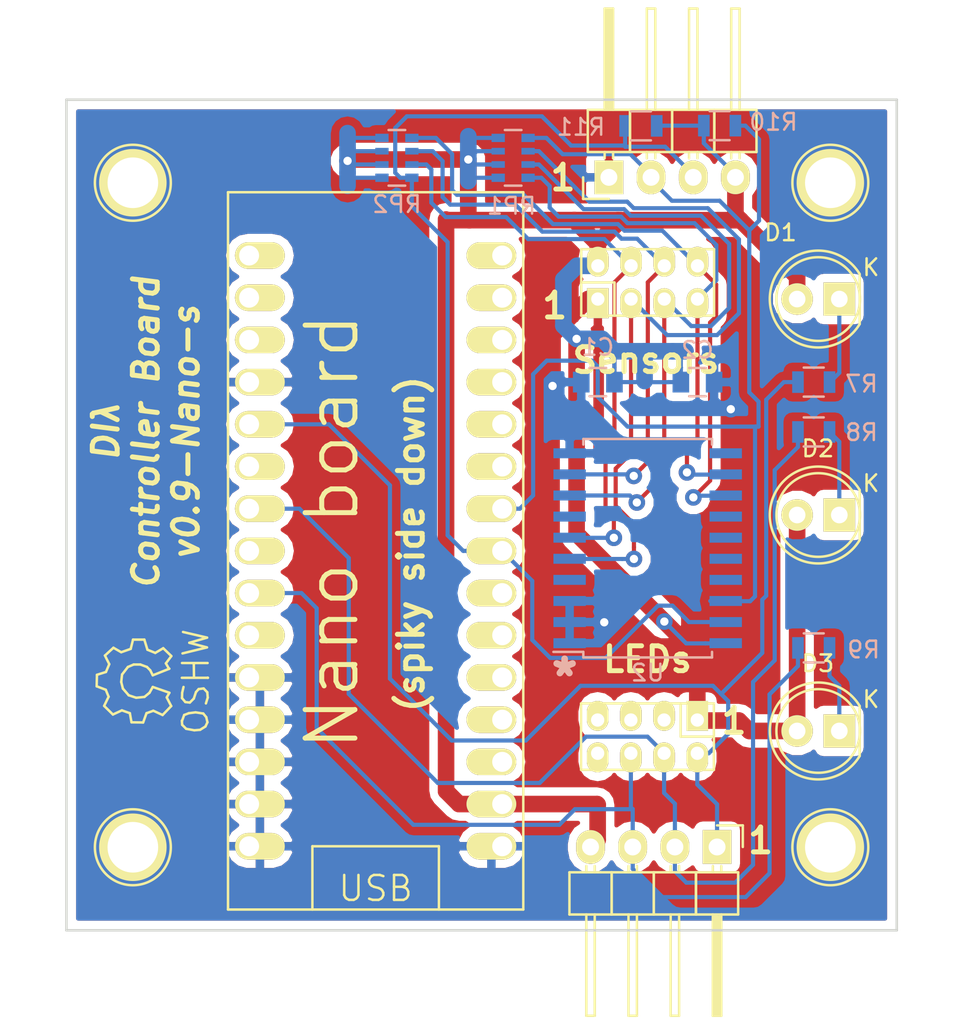
<source format=kicad_pcb>
(kicad_pcb (version 4) (host pcbnew "(2015-08-06 BZR 6060)-product")

  (general
    (links 0)
    (no_connects 19)
    (area 125.924999 71.924999 176.075001 122.075001)
    (thickness 1.6)
    (drawings 14)
    (tracks 349)
    (zones 0)
    (modules 23)
    (nets 17)
  )

  (page A4)
  (layers
    (0 F.Cu signal)
    (31 B.Cu signal)
    (32 B.Adhes user)
    (33 F.Adhes user)
    (34 B.Paste user)
    (35 F.Paste user)
    (36 B.SilkS user)
    (37 F.SilkS user)
    (38 B.Mask user)
    (39 F.Mask user)
    (40 Dwgs.User user)
    (41 Cmts.User user)
    (42 Eco1.User user)
    (43 Eco2.User user)
    (44 Edge.Cuts user)
    (45 Margin user)
    (46 B.CrtYd user)
    (47 F.CrtYd user)
    (48 B.Fab user)
    (49 F.Fab user)
  )

  (setup
    (last_trace_width 0.25)
    (trace_clearance 0.2)
    (zone_clearance 0.508)
    (zone_45_only no)
    (trace_min 0.2)
    (segment_width 0.2)
    (edge_width 0.15)
    (via_size 1)
    (via_drill 0.5)
    (via_min_size 0.4)
    (via_min_drill 0.3)
    (uvia_size 0.3)
    (uvia_drill 0.1)
    (uvias_allowed no)
    (uvia_min_size 0.2)
    (uvia_min_drill 0.1)
    (pcb_text_width 0.3)
    (pcb_text_size 1.5 1.5)
    (mod_edge_width 0.15)
    (mod_text_size 1 1)
    (mod_text_width 0.15)
    (pad_size 5 5)
    (pad_drill 3.2)
    (pad_to_mask_clearance 0.2)
    (aux_axis_origin 126 122)
    (grid_origin 126 122)
    (visible_elements FFFFFF7F)
    (pcbplotparams
      (layerselection 0x00030_80000001)
      (usegerberextensions false)
      (excludeedgelayer true)
      (linewidth 0.100000)
      (plotframeref false)
      (viasonmask false)
      (mode 1)
      (useauxorigin false)
      (hpglpennumber 1)
      (hpglpenspeed 20)
      (hpglpendiameter 15)
      (hpglpenoverlay 2)
      (psnegative false)
      (psa4output false)
      (plotreference true)
      (plotvalue true)
      (plotinvisibletext false)
      (padsonsilk false)
      (subtractmaskfromsilk false)
      (outputformat 1)
      (mirror false)
      (drillshape 1)
      (scaleselection 1)
      (outputdirectory ""))
  )

  (net 0 "")
  (net 1 +3V3)
  (net 2 GND)
  (net 3 "Net-(D1-Pad1)")
  (net 4 "Net-(D2-Pad1)")
  (net 5 "Net-(D3-Pad1)")
  (net 6 SD0)
  (net 7 SD1)
  (net 8 SD2)
  (net 9 SC0)
  (net 10 SC1)
  (net 11 SC2)
  (net 12 SDA)
  (net 13 SCL)
  (net 14 LED1)
  (net 15 LED2)
  (net 16 LED3)

  (net_class Default "This is the default net class."
    (clearance 0.2)
    (trace_width 0.25)
    (via_dia 1)
    (via_drill 0.5)
    (uvia_dia 0.3)
    (uvia_drill 0.1)
    (add_net LED1)
    (add_net LED2)
    (add_net LED3)
    (add_net "Net-(D1-Pad1)")
    (add_net "Net-(D2-Pad1)")
    (add_net "Net-(D3-Pad1)")
    (add_net SC0)
    (add_net SC1)
    (add_net SC2)
    (add_net SCL)
    (add_net SD0)
    (add_net SD1)
    (add_net SD2)
    (add_net SDA)
  )

  (net_class Power ""
    (clearance 0.2)
    (trace_width 1)
    (via_dia 1)
    (via_drill 0.5)
    (uvia_dia 0.3)
    (uvia_drill 0.1)
    (add_net +3V3)
    (add_net GND)
  )

  (module Footprints:PDIP30-Nano (layer F.Cu) (tedit 55C91D13) (tstamp 55C54FD8)
    (at 144.62 124.56)
    (path /55C4E1E1)
    (fp_text reference U1 (at -6.35 -48.26) (layer F.SilkS) hide
      (effects (font (size 1 1) (thickness 0.15)))
    )
    (fp_text value Arduino_Nano (at 0 -48.26) (layer F.Fab)
      (effects (font (size 1 1) (thickness 0.15)))
    )
    (fp_text user USB (at 0 -5.08) (layer F.SilkS)
      (effects (font (size 1.5 1.5) (thickness 0.15)))
    )
    (fp_line (start -3.81 -3.81) (end -3.81 -7.62) (layer F.SilkS) (width 0.15))
    (fp_line (start -3.81 -7.62) (end 3.81 -7.62) (layer F.SilkS) (width 0.15))
    (fp_line (start 3.81 -7.62) (end 3.81 -3.81) (layer F.SilkS) (width 0.15))
    (fp_line (start -8.89 -46.99) (end 8.89 -46.99) (layer F.SilkS) (width 0.15))
    (fp_line (start 8.89 -46.99) (end 8.89 -3.81) (layer F.SilkS) (width 0.15))
    (fp_line (start 8.89 -3.81) (end -8.89 -3.81) (layer F.SilkS) (width 0.15))
    (fp_line (start -8.89 -3.81) (end -8.89 -46.99) (layer F.SilkS) (width 0.15))
    (pad 1 thru_hole oval (at -7.62 -43.18) (size 3 1.6) (drill 1.2 (offset 0.65 0)) (layers *.Cu *.Mask F.SilkS))
    (pad 2 thru_hole oval (at -7.62 -40.64) (size 3 1.6) (drill 1.2 (offset 0.65 0)) (layers *.Cu *.Mask F.SilkS))
    (pad 3 thru_hole oval (at -7.62 -38.1) (size 3 1.6) (drill 1.2 (offset 0.65 0)) (layers *.Cu *.Mask F.SilkS))
    (pad 4 thru_hole oval (at -7.62 -35.56) (size 3 1.6) (drill 1.2 (offset 0.65 0)) (layers *.Cu *.Mask F.SilkS)
      (net 2 GND))
    (pad 5 thru_hole oval (at -7.62 -33.02) (size 3 1.6) (drill 1.2 (offset 0.65 0)) (layers *.Cu *.Mask F.SilkS)
      (net 14 LED1))
    (pad 6 thru_hole oval (at -7.62 -30.48) (size 3 1.6) (drill 1.2 (offset 0.65 0)) (layers *.Cu *.Mask F.SilkS))
    (pad 7 thru_hole oval (at -7.62 -27.94) (size 3 1.6) (drill 1.2 (offset 0.65 0)) (layers *.Cu *.Mask F.SilkS)
      (net 15 LED2))
    (pad 8 thru_hole oval (at -7.62 -25.4) (size 3 1.6) (drill 1.2 (offset 0.65 0)) (layers *.Cu *.Mask F.SilkS))
    (pad 9 thru_hole oval (at -7.62 -22.86) (size 3 1.6) (drill 1.2 (offset 0.65 0)) (layers *.Cu *.Mask F.SilkS)
      (net 16 LED3))
    (pad 10 thru_hole oval (at -7.62 -20.32) (size 3 1.6) (drill 1.2 (offset 0.65 0)) (layers *.Cu *.Mask F.SilkS))
    (pad 11 thru_hole oval (at -7.62 -17.78) (size 3 1.6) (drill 1.2 (offset 0.65 0)) (layers *.Cu *.Mask F.SilkS)
      (net 2 GND))
    (pad 12 thru_hole oval (at -7.62 -15.24) (size 3 1.6) (drill 1.2 (offset 0.65 0)) (layers *.Cu *.Mask F.SilkS)
      (net 2 GND))
    (pad 13 thru_hole oval (at -7.62 -12.7) (size 3 1.6) (drill 1.2 (offset 0.65 0)) (layers *.Cu *.Mask F.SilkS)
      (net 2 GND))
    (pad 14 thru_hole oval (at -7.62 -10.16) (size 3 1.6) (drill 1.2 (offset 0.65 0)) (layers *.Cu *.Mask F.SilkS)
      (net 2 GND))
    (pad 15 thru_hole oval (at -7.62 -7.62) (size 3 1.6) (drill 1.2 (offset 0.65 0)) (layers *.Cu *.Mask F.SilkS)
      (net 2 GND))
    (pad 16 thru_hole oval (at 7.62 -7.62) (size 3 1.6) (drill 1.2 (offset -0.65 0)) (layers *.Cu *.Mask F.SilkS)
      (net 2 GND))
    (pad 17 thru_hole oval (at 7.62 -10.16) (size 3 1.6) (drill 1.2 (offset -0.65 0)) (layers *.Cu *.Mask F.SilkS)
      (net 1 +3V3))
    (pad 18 thru_hole oval (at 7.62 -12.7) (size 3 1.6) (drill 1.2 (offset -0.65 0)) (layers *.Cu *.Mask F.SilkS))
    (pad 19 thru_hole oval (at 7.62 -15.24) (size 3 1.6) (drill 1.2 (offset -0.65 0)) (layers *.Cu *.Mask F.SilkS))
    (pad 20 thru_hole oval (at 7.62 -17.78) (size 3 1.6) (drill 1.2 (offset -0.65 0)) (layers *.Cu *.Mask F.SilkS))
    (pad 21 thru_hole oval (at 7.62 -20.32) (size 3 1.6) (drill 1.2 (offset -0.65 0)) (layers *.Cu *.Mask F.SilkS))
    (pad 22 thru_hole oval (at 7.62 -22.86) (size 3 1.6) (drill 1.2 (offset -0.65 0)) (layers *.Cu *.Mask F.SilkS))
    (pad 23 thru_hole oval (at 7.62 -25.4) (size 3 1.6) (drill 1.2 (offset -0.65 0)) (layers *.Cu *.Mask F.SilkS)
      (net 12 SDA))
    (pad 24 thru_hole oval (at 7.62 -27.94) (size 3 1.6) (drill 1.2 (offset -0.65 0)) (layers *.Cu *.Mask F.SilkS)
      (net 13 SCL))
    (pad 25 thru_hole oval (at 7.62 -30.48) (size 3 1.6) (drill 1.2 (offset -0.65 0)) (layers *.Cu *.Mask F.SilkS))
    (pad 26 thru_hole oval (at 7.62 -33.02) (size 3 1.6) (drill 1.2 (offset -0.65 0)) (layers *.Cu *.Mask F.SilkS))
    (pad 27 thru_hole oval (at 7.62 -35.56) (size 3 1.6) (drill 1.2 (offset -0.65 0)) (layers *.Cu *.Mask F.SilkS))
    (pad 28 thru_hole oval (at 7.62 -38.1) (size 3 1.6) (drill 1.2 (offset -0.65 0)) (layers *.Cu *.Mask F.SilkS))
    (pad 29 thru_hole oval (at 7.62 -40.64) (size 3 1.6) (drill 1.2 (offset -0.65 0)) (layers *.Cu *.Mask F.SilkS))
    (pad 30 thru_hole oval (at 7.62 -43.18) (size 3 1.6) (drill 1.2 (offset -0.65 0)) (layers *.Cu *.Mask F.SilkS))
  )

  (module LEDs:LED-5MM (layer F.Cu) (tedit 5570F7EA) (tstamp 55C54F40)
    (at 172.54 84 180)
    (descr "LED 5mm round vertical")
    (tags "LED 5mm round vertical")
    (path /55C680DF)
    (fp_text reference D1 (at 3.54 4 180) (layer F.SilkS)
      (effects (font (size 1 1) (thickness 0.15)))
    )
    (fp_text value LED (at 1.524 -3.937 180) (layer F.Fab)
      (effects (font (size 1 1) (thickness 0.15)))
    )
    (fp_line (start -1.5 -1.55) (end -1.5 1.55) (layer F.CrtYd) (width 0.05))
    (fp_arc (start 1.3 0) (end -1.5 1.55) (angle -302) (layer F.CrtYd) (width 0.05))
    (fp_arc (start 1.27 0) (end -1.23 -1.5) (angle 297.5) (layer F.SilkS) (width 0.15))
    (fp_line (start -1.23 1.5) (end -1.23 -1.5) (layer F.SilkS) (width 0.15))
    (fp_circle (center 1.27 0) (end 0.97 -2.5) (layer F.SilkS) (width 0.15))
    (fp_text user K (at -1.905 1.905 180) (layer F.SilkS)
      (effects (font (size 1 1) (thickness 0.15)))
    )
    (pad 1 thru_hole rect (at 0 0 270) (size 2 1.9) (drill 1.00076) (layers *.Cu *.Mask F.SilkS)
      (net 3 "Net-(D1-Pad1)"))
    (pad 2 thru_hole circle (at 2.54 0 180) (size 1.9 1.9) (drill 1.00076) (layers *.Cu *.Mask F.SilkS)
      (net 1 +3V3))
    (model LEDs.3dshapes/LED-5MM.wrl
      (at (xyz 0.05 0 0))
      (scale (xyz 1 1 1))
      (rotate (xyz 0 0 90))
    )
  )

  (module LEDs:LED-5MM (layer F.Cu) (tedit 5570F7EA) (tstamp 55C54F46)
    (at 172.54 97 180)
    (descr "LED 5mm round vertical")
    (tags "LED 5mm round vertical")
    (path /55C68161)
    (fp_text reference D2 (at 1.29 4 180) (layer F.SilkS)
      (effects (font (size 1 1) (thickness 0.15)))
    )
    (fp_text value LED (at 1.524 -3.937 180) (layer F.Fab)
      (effects (font (size 1 1) (thickness 0.15)))
    )
    (fp_line (start -1.5 -1.55) (end -1.5 1.55) (layer F.CrtYd) (width 0.05))
    (fp_arc (start 1.3 0) (end -1.5 1.55) (angle -302) (layer F.CrtYd) (width 0.05))
    (fp_arc (start 1.27 0) (end -1.23 -1.5) (angle 297.5) (layer F.SilkS) (width 0.15))
    (fp_line (start -1.23 1.5) (end -1.23 -1.5) (layer F.SilkS) (width 0.15))
    (fp_circle (center 1.27 0) (end 0.97 -2.5) (layer F.SilkS) (width 0.15))
    (fp_text user K (at -1.905 1.905 180) (layer F.SilkS)
      (effects (font (size 1 1) (thickness 0.15)))
    )
    (pad 1 thru_hole rect (at 0 0 270) (size 2 1.9) (drill 1.00076) (layers *.Cu *.Mask F.SilkS)
      (net 4 "Net-(D2-Pad1)"))
    (pad 2 thru_hole circle (at 2.54 0 180) (size 1.9 1.9) (drill 1.00076) (layers *.Cu *.Mask F.SilkS)
      (net 1 +3V3))
    (model LEDs.3dshapes/LED-5MM.wrl
      (at (xyz 0.05 0 0))
      (scale (xyz 1 1 1))
      (rotate (xyz 0 0 90))
    )
  )

  (module LEDs:LED-5MM (layer F.Cu) (tedit 5570F7EA) (tstamp 55C54F4C)
    (at 172.54 110 180)
    (descr "LED 5mm round vertical")
    (tags "LED 5mm round vertical")
    (path /55C681B7)
    (fp_text reference D3 (at 1.29 4.064 180) (layer F.SilkS)
      (effects (font (size 1 1) (thickness 0.15)))
    )
    (fp_text value LED (at 1.524 -3.937 180) (layer F.Fab)
      (effects (font (size 1 1) (thickness 0.15)))
    )
    (fp_line (start -1.5 -1.55) (end -1.5 1.55) (layer F.CrtYd) (width 0.05))
    (fp_arc (start 1.3 0) (end -1.5 1.55) (angle -302) (layer F.CrtYd) (width 0.05))
    (fp_arc (start 1.27 0) (end -1.23 -1.5) (angle 297.5) (layer F.SilkS) (width 0.15))
    (fp_line (start -1.23 1.5) (end -1.23 -1.5) (layer F.SilkS) (width 0.15))
    (fp_circle (center 1.27 0) (end 0.97 -2.5) (layer F.SilkS) (width 0.15))
    (fp_text user K (at -1.905 1.905 180) (layer F.SilkS)
      (effects (font (size 1 1) (thickness 0.15)))
    )
    (pad 1 thru_hole rect (at 0 0 270) (size 2 1.9) (drill 1.00076) (layers *.Cu *.Mask F.SilkS)
      (net 5 "Net-(D3-Pad1)"))
    (pad 2 thru_hole circle (at 2.54 0 180) (size 1.9 1.9) (drill 1.00076) (layers *.Cu *.Mask F.SilkS)
      (net 1 +3V3))
    (model LEDs.3dshapes/LED-5MM.wrl
      (at (xyz 0.05 0 0))
      (scale (xyz 1 1 1))
      (rotate (xyz 0 0 90))
    )
  )

  (module Housings_SOIC:SOIC-20_7.5x12.8mm_Pitch1.27mm (layer B.Cu) (tedit 54130A77) (tstamp 55C54FF0)
    (at 161 99)
    (descr "20-Lead Plastic Small Outline (SO) - Wide, 7.50 mm Body [SOIC] (see Microchip Packaging Specification 00000049BS.pdf)")
    (tags "SOIC 1.27")
    (path /55C588BD)
    (attr smd)
    (fp_text reference U2 (at 0 7.5) (layer B.SilkS)
      (effects (font (size 1 1) (thickness 0.15)) (justify mirror))
    )
    (fp_text value PCA9544A (at 0 -7.5) (layer B.Fab)
      (effects (font (size 1 1) (thickness 0.15)) (justify mirror))
    )
    (fp_line (start -5.95 6.75) (end -5.95 -6.75) (layer B.CrtYd) (width 0.05))
    (fp_line (start 5.95 6.75) (end 5.95 -6.75) (layer B.CrtYd) (width 0.05))
    (fp_line (start -5.95 6.75) (end 5.95 6.75) (layer B.CrtYd) (width 0.05))
    (fp_line (start -5.95 -6.75) (end 5.95 -6.75) (layer B.CrtYd) (width 0.05))
    (fp_line (start -3.875 6.575) (end -3.875 6.24) (layer B.SilkS) (width 0.15))
    (fp_line (start 3.875 6.575) (end 3.875 6.24) (layer B.SilkS) (width 0.15))
    (fp_line (start 3.875 -6.575) (end 3.875 -6.24) (layer B.SilkS) (width 0.15))
    (fp_line (start -3.875 -6.575) (end -3.875 -6.24) (layer B.SilkS) (width 0.15))
    (fp_line (start -3.875 6.575) (end 3.875 6.575) (layer B.SilkS) (width 0.15))
    (fp_line (start -3.875 -6.575) (end 3.875 -6.575) (layer B.SilkS) (width 0.15))
    (fp_line (start -3.875 6.24) (end -5.675 6.24) (layer B.SilkS) (width 0.15))
    (pad 1 smd rect (at -4.7 5.715) (size 1.95 0.6) (layers B.Cu B.Paste B.Mask)
      (net 2 GND))
    (pad 2 smd rect (at -4.7 4.445) (size 1.95 0.6) (layers B.Cu B.Paste B.Mask)
      (net 2 GND))
    (pad 3 smd rect (at -4.7 3.175) (size 1.95 0.6) (layers B.Cu B.Paste B.Mask)
      (net 2 GND))
    (pad 4 smd rect (at -4.7 1.905) (size 1.95 0.6) (layers B.Cu B.Paste B.Mask))
    (pad 5 smd rect (at -4.7 0.635) (size 1.95 0.6) (layers B.Cu B.Paste B.Mask)
      (net 6 SD0))
    (pad 6 smd rect (at -4.7 -0.635) (size 1.95 0.6) (layers B.Cu B.Paste B.Mask)
      (net 9 SC0))
    (pad 7 smd rect (at -4.7 -1.905) (size 1.95 0.6) (layers B.Cu B.Paste B.Mask))
    (pad 8 smd rect (at -4.7 -3.175) (size 1.95 0.6) (layers B.Cu B.Paste B.Mask)
      (net 7 SD1))
    (pad 9 smd rect (at -4.7 -4.445) (size 1.95 0.6) (layers B.Cu B.Paste B.Mask)
      (net 10 SC1))
    (pad 10 smd rect (at -4.7 -5.715) (size 1.95 0.6) (layers B.Cu B.Paste B.Mask)
      (net 2 GND))
    (pad 11 smd rect (at 4.7 -5.715) (size 1.95 0.6) (layers B.Cu B.Paste B.Mask))
    (pad 12 smd rect (at 4.7 -4.445) (size 1.95 0.6) (layers B.Cu B.Paste B.Mask)
      (net 8 SD2))
    (pad 13 smd rect (at 4.7 -3.175) (size 1.95 0.6) (layers B.Cu B.Paste B.Mask)
      (net 11 SC2))
    (pad 14 smd rect (at 4.7 -1.905) (size 1.95 0.6) (layers B.Cu B.Paste B.Mask))
    (pad 15 smd rect (at 4.7 -0.635) (size 1.95 0.6) (layers B.Cu B.Paste B.Mask))
    (pad 16 smd rect (at 4.7 0.635) (size 1.95 0.6) (layers B.Cu B.Paste B.Mask))
    (pad 17 smd rect (at 4.7 1.905) (size 1.95 0.6) (layers B.Cu B.Paste B.Mask))
    (pad 18 smd rect (at 4.7 3.175) (size 1.95 0.6) (layers B.Cu B.Paste B.Mask)
      (net 13 SCL))
    (pad 19 smd rect (at 4.7 4.445) (size 1.95 0.6) (layers B.Cu B.Paste B.Mask)
      (net 12 SDA))
    (pad 20 smd rect (at 4.7 5.715) (size 1.95 0.6) (layers B.Cu B.Paste B.Mask)
      (net 1 +3V3))
    (model Housings_SOIC.3dshapes/SOIC-20_7.5x12.8mm_Pitch1.27mm.wrl
      (at (xyz 0 0 0))
      (scale (xyz 1 1 1))
      (rotate (xyz 0 0 0))
    )
  )

  (module Pin_Headers:Pin_Header_Straight_2x04_Pitch2.00mm (layer F.Cu) (tedit 0) (tstamp 55C942B7)
    (at 161 83)
    (descr "Pin Header 2mm 4x2pin")
    (tags "CONN DEV")
    (path /55C4E4C8)
    (fp_text reference P1 (at 0 -5) (layer F.SilkS) hide
      (effects (font (size 1 1) (thickness 0.15)))
    )
    (fp_text value CONN_02X04 (at 0 -2.75) (layer F.Fab)
      (effects (font (size 1 1) (thickness 0.15)))
    )
    (fp_line (start -4 0) (end -2 0) (layer F.SilkS) (width 0.15))
    (fp_line (start 4 -2) (end 4 2) (layer F.SilkS) (width 0.15))
    (fp_line (start 4 2) (end -4 2) (layer F.SilkS) (width 0.15))
    (fp_line (start -4 -2) (end 4 -2) (layer F.SilkS) (width 0.15))
    (fp_line (start -4 2) (end -4 -2) (layer F.SilkS) (width 0.15))
    (fp_line (start -2 0) (end -2 2) (layer F.SilkS) (width 0.15))
    (pad 1 thru_hole rect (at -3 1) (size 1.3 1.8) (drill 0.8 (offset 0 0.25)) (layers *.Cu *.Mask F.SilkS)
      (net 2 GND))
    (pad 2 thru_hole oval (at -3 -1) (size 1.3 1.8) (drill 0.8 (offset 0 -0.25)) (layers *.Cu *.Mask F.SilkS)
      (net 1 +3V3))
    (pad 3 thru_hole oval (at -1 1) (size 1.3 1.8) (drill 0.8 (offset 0 0.25)) (layers *.Cu *.Mask F.SilkS)
      (net 6 SD0))
    (pad 4 thru_hole oval (at -1 -1) (size 1.3 1.8) (drill 0.8 (offset 0 -0.25)) (layers *.Cu *.Mask F.SilkS)
      (net 9 SC0))
    (pad 5 thru_hole oval (at 1 1) (size 1.3 1.8) (drill 0.8 (offset 0 0.25)) (layers *.Cu *.Mask F.SilkS)
      (net 7 SD1))
    (pad 6 thru_hole oval (at 1 -1) (size 1.3 1.8) (drill 0.8 (offset 0 -0.25)) (layers *.Cu *.Mask F.SilkS)
      (net 10 SC1))
    (pad 7 thru_hole oval (at 3 1) (size 1.3 1.8) (drill 0.8 (offset 0 0.25)) (layers *.Cu *.Mask F.SilkS)
      (net 8 SD2))
    (pad 8 thru_hole oval (at 3 -1) (size 1.3 1.8) (drill 0.8 (offset 0 -0.25)) (layers *.Cu *.Mask F.SilkS)
      (net 11 SC2))
    (model Pin_Headers.3dshapes/Pin_Header_Straight_2x04_Pitch2.00mm.wrl
      (at (xyz 0 0 0))
      (scale (xyz 1 1 1))
      (rotate (xyz 0 0 0))
    )
  )

  (module Pin_Headers:Pin_Header_Straight_2x04_Pitch2.00mm (layer F.Cu) (tedit 0) (tstamp 55C942C8)
    (at 160.9885 110.3414 180)
    (descr "Pin Header 2mm 4x2pin")
    (tags "CONN DEV")
    (path /55C4E667)
    (fp_text reference P2 (at 0 -5 180) (layer F.SilkS) hide
      (effects (font (size 1 1) (thickness 0.15)))
    )
    (fp_text value CONN_02X04 (at 0 -3 180) (layer F.Fab)
      (effects (font (size 1 1) (thickness 0.15)))
    )
    (fp_line (start -4 0) (end -2 0) (layer F.SilkS) (width 0.15))
    (fp_line (start 4 -2) (end 4 2) (layer F.SilkS) (width 0.15))
    (fp_line (start 4 2) (end -4 2) (layer F.SilkS) (width 0.15))
    (fp_line (start -4 -2) (end 4 -2) (layer F.SilkS) (width 0.15))
    (fp_line (start -4 2) (end -4 -2) (layer F.SilkS) (width 0.15))
    (fp_line (start -2 0) (end -2 2) (layer F.SilkS) (width 0.15))
    (pad 1 thru_hole rect (at -3 1 180) (size 1.3 1.8) (drill 0.8 (offset 0 0.25)) (layers *.Cu *.Mask F.SilkS)
      (net 1 +3V3))
    (pad 2 thru_hole oval (at -3 -1 180) (size 1.3 1.8) (drill 0.8 (offset 0 -0.25)) (layers *.Cu *.Mask F.SilkS)
      (net 14 LED1))
    (pad 3 thru_hole oval (at -1 1 180) (size 1.3 1.8) (drill 0.8 (offset 0 0.25)) (layers *.Cu *.Mask F.SilkS))
    (pad 4 thru_hole oval (at -1 -1 180) (size 1.3 1.8) (drill 0.8 (offset 0 -0.25)) (layers *.Cu *.Mask F.SilkS)
      (net 15 LED2))
    (pad 5 thru_hole oval (at 1 1 180) (size 1.3 1.8) (drill 0.8 (offset 0 0.25)) (layers *.Cu *.Mask F.SilkS))
    (pad 6 thru_hole oval (at 1 -1 180) (size 1.3 1.8) (drill 0.8 (offset 0 -0.25)) (layers *.Cu *.Mask F.SilkS)
      (net 16 LED3))
    (pad 7 thru_hole oval (at 3 1 180) (size 1.3 1.8) (drill 0.8 (offset 0 0.25)) (layers *.Cu *.Mask F.SilkS))
    (pad 8 thru_hole oval (at 3 -1 180) (size 1.3 1.8) (drill 0.8 (offset 0 -0.25)) (layers *.Cu *.Mask F.SilkS))
    (model Pin_Headers.3dshapes/Pin_Header_Straight_2x04_Pitch2.00mm.wrl
      (at (xyz 0 0 0))
      (scale (xyz 1 1 1))
      (rotate (xyz 0 0 0))
    )
  )

  (module Capacitors_SMD:C_0805 (layer B.Cu) (tedit 5415D6EA) (tstamp 55C9354E)
    (at 158 89 180)
    (descr "Capacitor SMD 0805, reflow soldering, AVX (see smccp.pdf)")
    (tags "capacitor 0805")
    (path /55C717CB)
    (attr smd)
    (fp_text reference C1 (at 0 2.1 180) (layer B.SilkS)
      (effects (font (size 1 1) (thickness 0.15)) (justify mirror))
    )
    (fp_text value 22nF (at 0 -2.1 180) (layer B.Fab)
      (effects (font (size 1 1) (thickness 0.15)) (justify mirror))
    )
    (fp_line (start -1.8 1) (end 1.8 1) (layer B.CrtYd) (width 0.05))
    (fp_line (start -1.8 -1) (end 1.8 -1) (layer B.CrtYd) (width 0.05))
    (fp_line (start -1.8 1) (end -1.8 -1) (layer B.CrtYd) (width 0.05))
    (fp_line (start 1.8 1) (end 1.8 -1) (layer B.CrtYd) (width 0.05))
    (fp_line (start 0.5 0.85) (end -0.5 0.85) (layer B.SilkS) (width 0.15))
    (fp_line (start -0.5 -0.85) (end 0.5 -0.85) (layer B.SilkS) (width 0.15))
    (pad 1 smd rect (at -1 0 180) (size 1 1.25) (layers B.Cu B.Paste B.Mask)
      (net 1 +3V3))
    (pad 2 smd rect (at 1 0 180) (size 1 1.25) (layers B.Cu B.Paste B.Mask)
      (net 2 GND))
    (model Capacitors_SMD.3dshapes/C_0805.wrl
      (at (xyz 0 0 0))
      (scale (xyz 1 1 1))
      (rotate (xyz 0 0 0))
    )
  )

  (module Capacitors_SMD:C_0805 (layer B.Cu) (tedit 5415D6EA) (tstamp 55C93559)
    (at 164 89)
    (descr "Capacitor SMD 0805, reflow soldering, AVX (see smccp.pdf)")
    (tags "capacitor 0805")
    (path /55C71A72)
    (attr smd)
    (fp_text reference C2 (at 0 -1.925) (layer B.SilkS)
      (effects (font (size 1 1) (thickness 0.15)) (justify mirror))
    )
    (fp_text value 1uF (at 0 -2.1) (layer B.Fab)
      (effects (font (size 1 1) (thickness 0.15)) (justify mirror))
    )
    (fp_line (start -1.8 1) (end 1.8 1) (layer B.CrtYd) (width 0.05))
    (fp_line (start -1.8 -1) (end 1.8 -1) (layer B.CrtYd) (width 0.05))
    (fp_line (start -1.8 1) (end -1.8 -1) (layer B.CrtYd) (width 0.05))
    (fp_line (start 1.8 1) (end 1.8 -1) (layer B.CrtYd) (width 0.05))
    (fp_line (start 0.5 0.85) (end -0.5 0.85) (layer B.SilkS) (width 0.15))
    (fp_line (start -0.5 -0.85) (end 0.5 -0.85) (layer B.SilkS) (width 0.15))
    (pad 1 smd rect (at -1 0) (size 1 1.25) (layers B.Cu B.Paste B.Mask)
      (net 1 +3V3))
    (pad 2 smd rect (at 1 0) (size 1 1.25) (layers B.Cu B.Paste B.Mask)
      (net 2 GND))
    (model Capacitors_SMD.3dshapes/C_0805.wrl
      (at (xyz 0 0 0))
      (scale (xyz 1 1 1))
      (rotate (xyz 0 0 0))
    )
  )

  (module Resistors_SMD:R_0805 (layer B.Cu) (tedit 5415CDEB) (tstamp 55C935A6)
    (at 171 89 180)
    (descr "Resistor SMD 0805, reflow soldering, Vishay (see dcrcw.pdf)")
    (tags "resistor 0805")
    (path /55C68CFB)
    (attr smd)
    (fp_text reference R7 (at -2.879 -0.107 180) (layer B.SilkS)
      (effects (font (size 1 1) (thickness 0.15)) (justify mirror))
    )
    (fp_text value 220 (at 0 -2.1 180) (layer B.Fab)
      (effects (font (size 1 1) (thickness 0.15)) (justify mirror))
    )
    (fp_line (start -1.6 1) (end 1.6 1) (layer B.CrtYd) (width 0.05))
    (fp_line (start -1.6 -1) (end 1.6 -1) (layer B.CrtYd) (width 0.05))
    (fp_line (start -1.6 1) (end -1.6 -1) (layer B.CrtYd) (width 0.05))
    (fp_line (start 1.6 1) (end 1.6 -1) (layer B.CrtYd) (width 0.05))
    (fp_line (start 0.6 -0.875) (end -0.6 -0.875) (layer B.SilkS) (width 0.15))
    (fp_line (start -0.6 0.875) (end 0.6 0.875) (layer B.SilkS) (width 0.15))
    (pad 1 smd rect (at -0.95 0 180) (size 0.7 1.3) (layers B.Cu B.Paste B.Mask)
      (net 3 "Net-(D1-Pad1)"))
    (pad 2 smd rect (at 0.95 0 180) (size 0.7 1.3) (layers B.Cu B.Paste B.Mask)
      (net 14 LED1))
    (model Resistors_SMD.3dshapes/R_0805.wrl
      (at (xyz 0 0 0))
      (scale (xyz 1 1 1))
      (rotate (xyz 0 0 0))
    )
  )

  (module Resistors_SMD:R_0805 (layer B.Cu) (tedit 5415CDEB) (tstamp 55C935B1)
    (at 171 92 180)
    (descr "Resistor SMD 0805, reflow soldering, Vishay (see dcrcw.pdf)")
    (tags "resistor 0805")
    (path /55C68DE8)
    (attr smd)
    (fp_text reference R8 (at -2.879 -0.028 180) (layer B.SilkS)
      (effects (font (size 1 1) (thickness 0.15)) (justify mirror))
    )
    (fp_text value 220 (at 0 -2.1 180) (layer B.Fab)
      (effects (font (size 1 1) (thickness 0.15)) (justify mirror))
    )
    (fp_line (start -1.6 1) (end 1.6 1) (layer B.CrtYd) (width 0.05))
    (fp_line (start -1.6 -1) (end 1.6 -1) (layer B.CrtYd) (width 0.05))
    (fp_line (start -1.6 1) (end -1.6 -1) (layer B.CrtYd) (width 0.05))
    (fp_line (start 1.6 1) (end 1.6 -1) (layer B.CrtYd) (width 0.05))
    (fp_line (start 0.6 -0.875) (end -0.6 -0.875) (layer B.SilkS) (width 0.15))
    (fp_line (start -0.6 0.875) (end 0.6 0.875) (layer B.SilkS) (width 0.15))
    (pad 1 smd rect (at -0.95 0 180) (size 0.7 1.3) (layers B.Cu B.Paste B.Mask)
      (net 4 "Net-(D2-Pad1)"))
    (pad 2 smd rect (at 0.95 0 180) (size 0.7 1.3) (layers B.Cu B.Paste B.Mask)
      (net 15 LED2))
    (model Resistors_SMD.3dshapes/R_0805.wrl
      (at (xyz 0 0 0))
      (scale (xyz 1 1 1))
      (rotate (xyz 0 0 0))
    )
  )

  (module Resistors_SMD:R_0805 (layer B.Cu) (tedit 5415CDEB) (tstamp 55C935BC)
    (at 171 105 180)
    (descr "Resistor SMD 0805, reflow soldering, Vishay (see dcrcw.pdf)")
    (tags "resistor 0805")
    (path /55C68E4B)
    (attr smd)
    (fp_text reference R9 (at -3.006 -0.109 180) (layer B.SilkS)
      (effects (font (size 1 1) (thickness 0.15)) (justify mirror))
    )
    (fp_text value 220 (at 0 -2.1 180) (layer B.Fab)
      (effects (font (size 1 1) (thickness 0.15)) (justify mirror))
    )
    (fp_line (start -1.6 1) (end 1.6 1) (layer B.CrtYd) (width 0.05))
    (fp_line (start -1.6 -1) (end 1.6 -1) (layer B.CrtYd) (width 0.05))
    (fp_line (start -1.6 1) (end -1.6 -1) (layer B.CrtYd) (width 0.05))
    (fp_line (start 1.6 1) (end 1.6 -1) (layer B.CrtYd) (width 0.05))
    (fp_line (start 0.6 -0.875) (end -0.6 -0.875) (layer B.SilkS) (width 0.15))
    (fp_line (start -0.6 0.875) (end 0.6 0.875) (layer B.SilkS) (width 0.15))
    (pad 1 smd rect (at -0.95 0 180) (size 0.7 1.3) (layers B.Cu B.Paste B.Mask)
      (net 5 "Net-(D3-Pad1)"))
    (pad 2 smd rect (at 0.95 0 180) (size 0.7 1.3) (layers B.Cu B.Paste B.Mask)
      (net 16 LED3))
    (model Resistors_SMD.3dshapes/R_0805.wrl
      (at (xyz 0 0 0))
      (scale (xyz 1 1 1))
      (rotate (xyz 0 0 0))
    )
  )

  (module Resistors_SMD:R_0805 (layer B.Cu) (tedit 5415CDEB) (tstamp 55C96A97)
    (at 165.3319 73.5622 180)
    (descr "Resistor SMD 0805, reflow soldering, Vishay (see dcrcw.pdf)")
    (tags "resistor 0805")
    (path /55CA01C2)
    (attr smd)
    (fp_text reference R10 (at -3.24358 0.2159 180) (layer B.SilkS)
      (effects (font (size 1 1) (thickness 0.15)) (justify mirror))
    )
    (fp_text value 4k7 (at 0 -2.1 180) (layer B.Fab)
      (effects (font (size 1 1) (thickness 0.15)) (justify mirror))
    )
    (fp_line (start -1.6 1) (end 1.6 1) (layer B.CrtYd) (width 0.05))
    (fp_line (start -1.6 -1) (end 1.6 -1) (layer B.CrtYd) (width 0.05))
    (fp_line (start -1.6 1) (end -1.6 -1) (layer B.CrtYd) (width 0.05))
    (fp_line (start 1.6 1) (end 1.6 -1) (layer B.CrtYd) (width 0.05))
    (fp_line (start 0.6 -0.875) (end -0.6 -0.875) (layer B.SilkS) (width 0.15))
    (fp_line (start -0.6 0.875) (end 0.6 0.875) (layer B.SilkS) (width 0.15))
    (pad 1 smd rect (at -0.95 0 180) (size 0.7 1.3) (layers B.Cu B.Paste B.Mask)
      (net 13 SCL))
    (pad 2 smd rect (at 0.95 0 180) (size 0.7 1.3) (layers B.Cu B.Paste B.Mask)
      (net 1 +3V3))
    (model Resistors_SMD.3dshapes/R_0805.wrl
      (at (xyz 0 0 0))
      (scale (xyz 1 1 1))
      (rotate (xyz 0 0 0))
    )
  )

  (module Resistors_SMD:R_0805 (layer B.Cu) (tedit 5415CDEB) (tstamp 55C96AA3)
    (at 160.5948 73.5749)
    (descr "Resistor SMD 0805, reflow soldering, Vishay (see dcrcw.pdf)")
    (tags "resistor 0805")
    (path /55CA0111)
    (attr smd)
    (fp_text reference R11 (at -3.61188 0.07366) (layer B.SilkS)
      (effects (font (size 1 1) (thickness 0.15)) (justify mirror))
    )
    (fp_text value 4k7 (at 0 -2.1) (layer B.Fab)
      (effects (font (size 1 1) (thickness 0.15)) (justify mirror))
    )
    (fp_line (start -1.6 1) (end 1.6 1) (layer B.CrtYd) (width 0.05))
    (fp_line (start -1.6 -1) (end 1.6 -1) (layer B.CrtYd) (width 0.05))
    (fp_line (start -1.6 1) (end -1.6 -1) (layer B.CrtYd) (width 0.05))
    (fp_line (start 1.6 1) (end 1.6 -1) (layer B.CrtYd) (width 0.05))
    (fp_line (start 0.6 -0.875) (end -0.6 -0.875) (layer B.SilkS) (width 0.15))
    (fp_line (start -0.6 0.875) (end 0.6 0.875) (layer B.SilkS) (width 0.15))
    (pad 1 smd rect (at -0.95 0) (size 0.7 1.3) (layers B.Cu B.Paste B.Mask)
      (net 12 SDA))
    (pad 2 smd rect (at 0.95 0) (size 0.7 1.3) (layers B.Cu B.Paste B.Mask)
      (net 1 +3V3))
    (model Resistors_SMD.3dshapes/R_0805.wrl
      (at (xyz 0 0 0))
      (scale (xyz 1 1 1))
      (rotate (xyz 0 0 0))
    )
  )

  (module Pin_Headers:Pin_Header_Angled_1x04 (layer F.Cu) (tedit 55C97C52) (tstamp 55C97EA1)
    (at 165.1795 116.9835 270)
    (descr "Through hole pin header")
    (tags "pin header")
    (path /55C96909)
    (fp_text reference P3 (at 0.0165 -2.8205 270) (layer F.SilkS) hide
      (effects (font (size 1 1) (thickness 0.15)))
    )
    (fp_text value CONN_01X04 (at 0 -3.1 270) (layer F.Fab)
      (effects (font (size 1 1) (thickness 0.15)))
    )
    (fp_line (start -1.5 -1.75) (end -1.5 9.4) (layer F.CrtYd) (width 0.05))
    (fp_line (start 10.65 -1.75) (end 10.65 9.4) (layer F.CrtYd) (width 0.05))
    (fp_line (start -1.5 -1.75) (end 10.65 -1.75) (layer F.CrtYd) (width 0.05))
    (fp_line (start -1.5 9.4) (end 10.65 9.4) (layer F.CrtYd) (width 0.05))
    (fp_line (start -1.3 -1.55) (end -1.3 0) (layer F.SilkS) (width 0.15))
    (fp_line (start 0 -1.55) (end -1.3 -1.55) (layer F.SilkS) (width 0.15))
    (fp_line (start 4.191 -0.127) (end 10.033 -0.127) (layer F.SilkS) (width 0.15))
    (fp_line (start 10.033 -0.127) (end 10.033 0.127) (layer F.SilkS) (width 0.15))
    (fp_line (start 10.033 0.127) (end 4.191 0.127) (layer F.SilkS) (width 0.15))
    (fp_line (start 4.191 0.127) (end 4.191 0) (layer F.SilkS) (width 0.15))
    (fp_line (start 4.191 0) (end 10.033 0) (layer F.SilkS) (width 0.15))
    (fp_line (start 1.524 -0.254) (end 1.143 -0.254) (layer F.SilkS) (width 0.15))
    (fp_line (start 1.524 0.254) (end 1.143 0.254) (layer F.SilkS) (width 0.15))
    (fp_line (start 1.524 2.286) (end 1.143 2.286) (layer F.SilkS) (width 0.15))
    (fp_line (start 1.524 2.794) (end 1.143 2.794) (layer F.SilkS) (width 0.15))
    (fp_line (start 1.524 4.826) (end 1.143 4.826) (layer F.SilkS) (width 0.15))
    (fp_line (start 1.524 5.334) (end 1.143 5.334) (layer F.SilkS) (width 0.15))
    (fp_line (start 1.524 7.874) (end 1.143 7.874) (layer F.SilkS) (width 0.15))
    (fp_line (start 1.524 7.366) (end 1.143 7.366) (layer F.SilkS) (width 0.15))
    (fp_line (start 1.524 -1.27) (end 4.064 -1.27) (layer F.SilkS) (width 0.15))
    (fp_line (start 1.524 1.27) (end 4.064 1.27) (layer F.SilkS) (width 0.15))
    (fp_line (start 1.524 1.27) (end 1.524 3.81) (layer F.SilkS) (width 0.15))
    (fp_line (start 1.524 3.81) (end 4.064 3.81) (layer F.SilkS) (width 0.15))
    (fp_line (start 4.064 2.286) (end 10.16 2.286) (layer F.SilkS) (width 0.15))
    (fp_line (start 10.16 2.286) (end 10.16 2.794) (layer F.SilkS) (width 0.15))
    (fp_line (start 10.16 2.794) (end 4.064 2.794) (layer F.SilkS) (width 0.15))
    (fp_line (start 4.064 3.81) (end 4.064 1.27) (layer F.SilkS) (width 0.15))
    (fp_line (start 4.064 1.27) (end 4.064 -1.27) (layer F.SilkS) (width 0.15))
    (fp_line (start 10.16 0.254) (end 4.064 0.254) (layer F.SilkS) (width 0.15))
    (fp_line (start 10.16 -0.254) (end 10.16 0.254) (layer F.SilkS) (width 0.15))
    (fp_line (start 4.064 -0.254) (end 10.16 -0.254) (layer F.SilkS) (width 0.15))
    (fp_line (start 1.524 1.27) (end 4.064 1.27) (layer F.SilkS) (width 0.15))
    (fp_line (start 1.524 -1.27) (end 1.524 1.27) (layer F.SilkS) (width 0.15))
    (fp_line (start 1.524 6.35) (end 4.064 6.35) (layer F.SilkS) (width 0.15))
    (fp_line (start 1.524 6.35) (end 1.524 8.89) (layer F.SilkS) (width 0.15))
    (fp_line (start 1.524 8.89) (end 4.064 8.89) (layer F.SilkS) (width 0.15))
    (fp_line (start 4.064 7.366) (end 10.16 7.366) (layer F.SilkS) (width 0.15))
    (fp_line (start 10.16 7.366) (end 10.16 7.874) (layer F.SilkS) (width 0.15))
    (fp_line (start 10.16 7.874) (end 4.064 7.874) (layer F.SilkS) (width 0.15))
    (fp_line (start 4.064 8.89) (end 4.064 6.35) (layer F.SilkS) (width 0.15))
    (fp_line (start 4.064 6.35) (end 4.064 3.81) (layer F.SilkS) (width 0.15))
    (fp_line (start 10.16 5.334) (end 4.064 5.334) (layer F.SilkS) (width 0.15))
    (fp_line (start 10.16 4.826) (end 10.16 5.334) (layer F.SilkS) (width 0.15))
    (fp_line (start 4.064 4.826) (end 10.16 4.826) (layer F.SilkS) (width 0.15))
    (fp_line (start 1.524 6.35) (end 4.064 6.35) (layer F.SilkS) (width 0.15))
    (fp_line (start 1.524 3.81) (end 1.524 6.35) (layer F.SilkS) (width 0.15))
    (fp_line (start 1.524 3.81) (end 4.064 3.81) (layer F.SilkS) (width 0.15))
    (pad 1 thru_hole rect (at 0 0 270) (size 2.032 1.7272) (drill 1.016) (layers *.Cu *.Mask F.SilkS)
      (net 14 LED1))
    (pad 2 thru_hole oval (at 0 2.54 270) (size 2.032 1.7272) (drill 1.016) (layers *.Cu *.Mask F.SilkS)
      (net 15 LED2))
    (pad 3 thru_hole oval (at 0 5.08 270) (size 2.032 1.7272) (drill 1.016) (layers *.Cu *.Mask F.SilkS)
      (net 16 LED3))
    (pad 4 thru_hole oval (at 0 7.62 270) (size 2.032 1.7272) (drill 1.016) (layers *.Cu *.Mask F.SilkS)
      (net 1 +3V3))
    (model Pin_Headers.3dshapes/Pin_Header_Angled_1x04.wrl
      (at (xyz 0 -0.15 0))
      (scale (xyz 1 1 1))
      (rotate (xyz 0 0 90))
    )
  )

  (module Pin_Headers:Pin_Header_Angled_1x04 (layer F.Cu) (tedit 55C97C5A) (tstamp 55C97ED7)
    (at 158.6644 76.6737 90)
    (descr "Through hole pin header")
    (tags "pin header")
    (path /55C9CDF3)
    (fp_text reference P4 (at 0 -2.6644 90) (layer F.SilkS) hide
      (effects (font (size 1 1) (thickness 0.15)))
    )
    (fp_text value CONN_01X04 (at 0 -3.1 90) (layer F.Fab)
      (effects (font (size 1 1) (thickness 0.15)))
    )
    (fp_line (start -1.5 -1.75) (end -1.5 9.4) (layer F.CrtYd) (width 0.05))
    (fp_line (start 10.65 -1.75) (end 10.65 9.4) (layer F.CrtYd) (width 0.05))
    (fp_line (start -1.5 -1.75) (end 10.65 -1.75) (layer F.CrtYd) (width 0.05))
    (fp_line (start -1.5 9.4) (end 10.65 9.4) (layer F.CrtYd) (width 0.05))
    (fp_line (start -1.3 -1.55) (end -1.3 0) (layer F.SilkS) (width 0.15))
    (fp_line (start 0 -1.55) (end -1.3 -1.55) (layer F.SilkS) (width 0.15))
    (fp_line (start 4.191 -0.127) (end 10.033 -0.127) (layer F.SilkS) (width 0.15))
    (fp_line (start 10.033 -0.127) (end 10.033 0.127) (layer F.SilkS) (width 0.15))
    (fp_line (start 10.033 0.127) (end 4.191 0.127) (layer F.SilkS) (width 0.15))
    (fp_line (start 4.191 0.127) (end 4.191 0) (layer F.SilkS) (width 0.15))
    (fp_line (start 4.191 0) (end 10.033 0) (layer F.SilkS) (width 0.15))
    (fp_line (start 1.524 -0.254) (end 1.143 -0.254) (layer F.SilkS) (width 0.15))
    (fp_line (start 1.524 0.254) (end 1.143 0.254) (layer F.SilkS) (width 0.15))
    (fp_line (start 1.524 2.286) (end 1.143 2.286) (layer F.SilkS) (width 0.15))
    (fp_line (start 1.524 2.794) (end 1.143 2.794) (layer F.SilkS) (width 0.15))
    (fp_line (start 1.524 4.826) (end 1.143 4.826) (layer F.SilkS) (width 0.15))
    (fp_line (start 1.524 5.334) (end 1.143 5.334) (layer F.SilkS) (width 0.15))
    (fp_line (start 1.524 7.874) (end 1.143 7.874) (layer F.SilkS) (width 0.15))
    (fp_line (start 1.524 7.366) (end 1.143 7.366) (layer F.SilkS) (width 0.15))
    (fp_line (start 1.524 -1.27) (end 4.064 -1.27) (layer F.SilkS) (width 0.15))
    (fp_line (start 1.524 1.27) (end 4.064 1.27) (layer F.SilkS) (width 0.15))
    (fp_line (start 1.524 1.27) (end 1.524 3.81) (layer F.SilkS) (width 0.15))
    (fp_line (start 1.524 3.81) (end 4.064 3.81) (layer F.SilkS) (width 0.15))
    (fp_line (start 4.064 2.286) (end 10.16 2.286) (layer F.SilkS) (width 0.15))
    (fp_line (start 10.16 2.286) (end 10.16 2.794) (layer F.SilkS) (width 0.15))
    (fp_line (start 10.16 2.794) (end 4.064 2.794) (layer F.SilkS) (width 0.15))
    (fp_line (start 4.064 3.81) (end 4.064 1.27) (layer F.SilkS) (width 0.15))
    (fp_line (start 4.064 1.27) (end 4.064 -1.27) (layer F.SilkS) (width 0.15))
    (fp_line (start 10.16 0.254) (end 4.064 0.254) (layer F.SilkS) (width 0.15))
    (fp_line (start 10.16 -0.254) (end 10.16 0.254) (layer F.SilkS) (width 0.15))
    (fp_line (start 4.064 -0.254) (end 10.16 -0.254) (layer F.SilkS) (width 0.15))
    (fp_line (start 1.524 1.27) (end 4.064 1.27) (layer F.SilkS) (width 0.15))
    (fp_line (start 1.524 -1.27) (end 1.524 1.27) (layer F.SilkS) (width 0.15))
    (fp_line (start 1.524 6.35) (end 4.064 6.35) (layer F.SilkS) (width 0.15))
    (fp_line (start 1.524 6.35) (end 1.524 8.89) (layer F.SilkS) (width 0.15))
    (fp_line (start 1.524 8.89) (end 4.064 8.89) (layer F.SilkS) (width 0.15))
    (fp_line (start 4.064 7.366) (end 10.16 7.366) (layer F.SilkS) (width 0.15))
    (fp_line (start 10.16 7.366) (end 10.16 7.874) (layer F.SilkS) (width 0.15))
    (fp_line (start 10.16 7.874) (end 4.064 7.874) (layer F.SilkS) (width 0.15))
    (fp_line (start 4.064 8.89) (end 4.064 6.35) (layer F.SilkS) (width 0.15))
    (fp_line (start 4.064 6.35) (end 4.064 3.81) (layer F.SilkS) (width 0.15))
    (fp_line (start 10.16 5.334) (end 4.064 5.334) (layer F.SilkS) (width 0.15))
    (fp_line (start 10.16 4.826) (end 10.16 5.334) (layer F.SilkS) (width 0.15))
    (fp_line (start 4.064 4.826) (end 10.16 4.826) (layer F.SilkS) (width 0.15))
    (fp_line (start 1.524 6.35) (end 4.064 6.35) (layer F.SilkS) (width 0.15))
    (fp_line (start 1.524 3.81) (end 1.524 6.35) (layer F.SilkS) (width 0.15))
    (fp_line (start 1.524 3.81) (end 4.064 3.81) (layer F.SilkS) (width 0.15))
    (pad 1 thru_hole rect (at 0 0 90) (size 2.032 1.7272) (drill 1.016) (layers *.Cu *.Mask F.SilkS)
      (net 2 GND))
    (pad 2 thru_hole oval (at 0 2.54 90) (size 2.032 1.7272) (drill 1.016) (layers *.Cu *.Mask F.SilkS)
      (net 13 SCL))
    (pad 3 thru_hole oval (at 0 5.08 90) (size 2.032 1.7272) (drill 1.016) (layers *.Cu *.Mask F.SilkS)
      (net 12 SDA))
    (pad 4 thru_hole oval (at 0 7.62 90) (size 2.032 1.7272) (drill 1.016) (layers *.Cu *.Mask F.SilkS)
      (net 1 +3V3))
    (model Pin_Headers.3dshapes/Pin_Header_Angled_1x04.wrl
      (at (xyz 0 -0.15 0))
      (scale (xyz 1 1 1))
      (rotate (xyz 0 0 90))
    )
  )

  (module Connect:1pin (layer F.Cu) (tedit 55D52E6B) (tstamp 55D51DF5)
    (at 172 117)
    (descr "module 1 pin (ou trou mecanique de percage)")
    (tags DEV)
    (path /55D6B6D9)
    (fp_text reference P5 (at 0 -3.048) (layer F.SilkS) hide
      (effects (font (size 1 1) (thickness 0.15)))
    )
    (fp_text value CONN_01X01 (at 0 2.794) (layer F.Fab)
      (effects (font (size 1 1) (thickness 0.15)))
    )
    (fp_circle (center 0 0) (end 0 -2.286) (layer F.SilkS) (width 0.15))
    (pad 1 thru_hole circle (at 0 0) (size 4.064 4.064) (drill 3.048) (layers *.Cu *.Mask F.SilkS)
      (net 2 GND))
  )

  (module Connect:1pin (layer F.Cu) (tedit 55D52E66) (tstamp 55D51DFB)
    (at 130 117)
    (descr "module 1 pin (ou trou mecanique de percage)")
    (tags DEV)
    (path /55D6B9F2)
    (fp_text reference P6 (at 0 -3.048) (layer F.SilkS) hide
      (effects (font (size 1 1) (thickness 0.15)))
    )
    (fp_text value CONN_01X01 (at 0 2.794) (layer F.Fab)
      (effects (font (size 1 1) (thickness 0.15)))
    )
    (fp_circle (center 0 0) (end 0 -2.286) (layer F.SilkS) (width 0.15))
    (pad 1 thru_hole circle (at 0 0) (size 4.064 4.064) (drill 3.048) (layers *.Cu *.Mask F.SilkS)
      (net 2 GND))
  )

  (module Connect:1pin (layer F.Cu) (tedit 55D52E61) (tstamp 55D51E01)
    (at 130 77)
    (descr "module 1 pin (ou trou mecanique de percage)")
    (tags DEV)
    (path /55D6BA96)
    (fp_text reference P7 (at 0 -3.048) (layer F.SilkS) hide
      (effects (font (size 1 1) (thickness 0.15)))
    )
    (fp_text value CONN_01X01 (at 0 2.794) (layer F.Fab)
      (effects (font (size 1 1) (thickness 0.15)))
    )
    (fp_circle (center 0 0) (end 0 -2.286) (layer F.SilkS) (width 0.15))
    (pad 1 thru_hole circle (at 0 0) (size 4.064 4.064) (drill 3.048) (layers *.Cu *.Mask F.SilkS)
      (net 2 GND))
  )

  (module Connect:1pin (layer F.Cu) (tedit 55D52E5D) (tstamp 55D51E07)
    (at 172 77)
    (descr "module 1 pin (ou trou mecanique de percage)")
    (tags DEV)
    (path /55D6BAEF)
    (fp_text reference P8 (at 0 -3.048) (layer F.SilkS) hide
      (effects (font (size 1 1) (thickness 0.15)))
    )
    (fp_text value CONN_01X01 (at 0 2.794) (layer F.Fab)
      (effects (font (size 1 1) (thickness 0.15)))
    )
    (fp_circle (center 0 0) (end 0 -2.286) (layer F.SilkS) (width 0.15))
    (pad 1 thru_hole circle (at 0 0) (size 4.064 4.064) (drill 3.048) (layers *.Cu *.Mask F.SilkS)
      (net 2 GND))
  )

  (module Resistors_SMD:R_Array_Convex_4x0603 (layer B.Cu) (tedit 545388FD) (tstamp 55D51E08)
    (at 152.9 75.5 180)
    (descr "Chip Resistor Network, ROHM MNR14 (see mnr_g.pdf)")
    (tags "resistor array")
    (path /55D684EC)
    (attr smd)
    (fp_text reference RP1 (at 0.1 -2.9 180) (layer B.SilkS)
      (effects (font (size 1 1) (thickness 0.15)) (justify mirror))
    )
    (fp_text value R_PACK4 (at 0 -2.8 180) (layer B.Fab)
      (effects (font (size 1 1) (thickness 0.15)) (justify mirror))
    )
    (fp_line (start -1.55 1.8) (end 1.55 1.8) (layer B.CrtYd) (width 0.05))
    (fp_line (start -1.55 -1.8) (end 1.55 -1.8) (layer B.CrtYd) (width 0.05))
    (fp_line (start -1.55 1.8) (end -1.55 -1.8) (layer B.CrtYd) (width 0.05))
    (fp_line (start 1.55 1.8) (end 1.55 -1.8) (layer B.CrtYd) (width 0.05))
    (fp_line (start 0.5 -1.675) (end -0.5 -1.675) (layer B.SilkS) (width 0.15))
    (fp_line (start 0.5 1.675) (end -0.5 1.675) (layer B.SilkS) (width 0.15))
    (pad 1 smd rect (at -0.9 1.2 180) (size 0.8 0.5) (layers B.Cu B.Paste B.Mask)
      (net 13 SCL))
    (pad 3 smd rect (at -0.9 -0.4 180) (size 0.8 0.4) (layers B.Cu B.Paste B.Mask)
      (net 7 SD1))
    (pad 2 smd rect (at -0.9 0.4 180) (size 0.8 0.4) (layers B.Cu B.Paste B.Mask)
      (net 6 SD0))
    (pad 4 smd rect (at -0.9 -1.2 180) (size 0.8 0.5) (layers B.Cu B.Paste B.Mask)
      (net 8 SD2))
    (pad 7 smd rect (at 0.9 0.4 180) (size 0.8 0.4) (layers B.Cu B.Paste B.Mask)
      (net 1 +3V3))
    (pad 8 smd rect (at 0.9 1.2 180) (size 0.8 0.5) (layers B.Cu B.Paste B.Mask)
      (net 1 +3V3))
    (pad 6 smd rect (at 0.9 -0.4 180) (size 0.8 0.4) (layers B.Cu B.Paste B.Mask)
      (net 1 +3V3))
    (pad 5 smd rect (at 0.9 -1.2 180) (size 0.8 0.5) (layers B.Cu B.Paste B.Mask)
      (net 1 +3V3))
    (model Resistors_SMD.3dshapes/R_Array_Convex_4x0603.wrl
      (at (xyz 0 0 0))
      (scale (xyz 1 1 1))
      (rotate (xyz 0 0 0))
    )
  )

  (module Resistors_SMD:R_Array_Convex_4x0603 (layer B.Cu) (tedit 545388FD) (tstamp 55D51E2A)
    (at 145.9 75.5 180)
    (descr "Chip Resistor Network, ROHM MNR14 (see mnr_g.pdf)")
    (tags "resistor array")
    (path /55D687C7)
    (attr smd)
    (fp_text reference RP2 (at 0 -2.8 180) (layer B.SilkS)
      (effects (font (size 1 1) (thickness 0.15)) (justify mirror))
    )
    (fp_text value R_PACK4 (at 0 -2.8 180) (layer B.Fab)
      (effects (font (size 1 1) (thickness 0.15)) (justify mirror))
    )
    (fp_line (start -1.55 1.8) (end 1.55 1.8) (layer B.CrtYd) (width 0.05))
    (fp_line (start -1.55 -1.8) (end 1.55 -1.8) (layer B.CrtYd) (width 0.05))
    (fp_line (start -1.55 1.8) (end -1.55 -1.8) (layer B.CrtYd) (width 0.05))
    (fp_line (start 1.55 1.8) (end 1.55 -1.8) (layer B.CrtYd) (width 0.05))
    (fp_line (start 0.5 -1.675) (end -0.5 -1.675) (layer B.SilkS) (width 0.15))
    (fp_line (start 0.5 1.675) (end -0.5 1.675) (layer B.SilkS) (width 0.15))
    (pad 1 smd rect (at -0.9 1.2 180) (size 0.8 0.5) (layers B.Cu B.Paste B.Mask)
      (net 11 SC2))
    (pad 3 smd rect (at -0.9 -0.4 180) (size 0.8 0.4) (layers B.Cu B.Paste B.Mask)
      (net 9 SC0))
    (pad 2 smd rect (at -0.9 0.4 180) (size 0.8 0.4) (layers B.Cu B.Paste B.Mask)
      (net 10 SC1))
    (pad 4 smd rect (at -0.9 -1.2 180) (size 0.8 0.5) (layers B.Cu B.Paste B.Mask)
      (net 12 SDA))
    (pad 7 smd rect (at 0.9 0.4 180) (size 0.8 0.4) (layers B.Cu B.Paste B.Mask)
      (net 1 +3V3))
    (pad 8 smd rect (at 0.9 1.2 180) (size 0.8 0.5) (layers B.Cu B.Paste B.Mask)
      (net 1 +3V3))
    (pad 6 smd rect (at 0.9 -0.4 180) (size 0.8 0.4) (layers B.Cu B.Paste B.Mask)
      (net 1 +3V3))
    (pad 5 smd rect (at 0.9 -1.2 180) (size 0.8 0.5) (layers B.Cu B.Paste B.Mask)
      (net 1 +3V3))
    (model Resistors_SMD.3dshapes/R_Array_Convex_4x0603.wrl
      (at (xyz 0 0 0))
      (scale (xyz 1 1 1))
      (rotate (xyz 0 0 0))
    )
  )

  (module Symbols:Symbol_OSHW-Logo_SilkScreen (layer F.Cu) (tedit 55D52DC7) (tstamp 55D52E20)
    (at 130.3 107 90)
    (descr "Symbol, OSHW-Logo, Silk Screen,")
    (tags "Symbol, OSHW-Logo, Silk Screen,")
    (fp_text reference REF** (at 0.09906 -4.38912 90) (layer F.SilkS) hide
      (effects (font (size 1 1) (thickness 0.15)))
    )
    (fp_text value Symbol_OSHW-Logo_SilkScreen (at 0.30988 6.56082 90) (layer F.Fab)
      (effects (font (size 1 1) (thickness 0.15)))
    )
    (fp_line (start 1.66878 2.68986) (end 2.02946 4.16052) (layer F.SilkS) (width 0.15))
    (fp_line (start 2.02946 4.16052) (end 2.30886 3.0988) (layer F.SilkS) (width 0.15))
    (fp_line (start 2.30886 3.0988) (end 2.61874 4.17068) (layer F.SilkS) (width 0.15))
    (fp_line (start 2.61874 4.17068) (end 2.9591 2.72034) (layer F.SilkS) (width 0.15))
    (fp_line (start 0.24892 3.38074) (end 1.03886 3.37058) (layer F.SilkS) (width 0.15))
    (fp_line (start 1.03886 3.37058) (end 1.04902 3.38074) (layer F.SilkS) (width 0.15))
    (fp_line (start 1.04902 3.38074) (end 1.04902 3.37058) (layer F.SilkS) (width 0.15))
    (fp_line (start 1.08966 2.65938) (end 1.08966 4.20116) (layer F.SilkS) (width 0.15))
    (fp_line (start 0.20066 2.64922) (end 0.20066 4.21894) (layer F.SilkS) (width 0.15))
    (fp_line (start 0.20066 4.21894) (end 0.21082 4.20878) (layer F.SilkS) (width 0.15))
    (fp_line (start -0.35052 2.75082) (end -0.70104 2.66954) (layer F.SilkS) (width 0.15))
    (fp_line (start -0.70104 2.66954) (end -1.02108 2.65938) (layer F.SilkS) (width 0.15))
    (fp_line (start -1.02108 2.65938) (end -1.25984 2.86004) (layer F.SilkS) (width 0.15))
    (fp_line (start -1.25984 2.86004) (end -1.29032 3.12928) (layer F.SilkS) (width 0.15))
    (fp_line (start -1.29032 3.12928) (end -1.04902 3.37058) (layer F.SilkS) (width 0.15))
    (fp_line (start -1.04902 3.37058) (end -0.6604 3.50012) (layer F.SilkS) (width 0.15))
    (fp_line (start -0.6604 3.50012) (end -0.48006 3.66014) (layer F.SilkS) (width 0.15))
    (fp_line (start -0.48006 3.66014) (end -0.43942 3.95986) (layer F.SilkS) (width 0.15))
    (fp_line (start -0.43942 3.95986) (end -0.67056 4.18084) (layer F.SilkS) (width 0.15))
    (fp_line (start -0.67056 4.18084) (end -0.9906 4.20878) (layer F.SilkS) (width 0.15))
    (fp_line (start -0.9906 4.20878) (end -1.34112 4.09956) (layer F.SilkS) (width 0.15))
    (fp_line (start -2.37998 2.64922) (end -2.6289 2.66954) (layer F.SilkS) (width 0.15))
    (fp_line (start -2.6289 2.66954) (end -2.8702 2.91084) (layer F.SilkS) (width 0.15))
    (fp_line (start -2.8702 2.91084) (end -2.9591 3.40106) (layer F.SilkS) (width 0.15))
    (fp_line (start -2.9591 3.40106) (end -2.93116 3.74904) (layer F.SilkS) (width 0.15))
    (fp_line (start -2.93116 3.74904) (end -2.7305 4.06908) (layer F.SilkS) (width 0.15))
    (fp_line (start -2.7305 4.06908) (end -2.47904 4.191) (layer F.SilkS) (width 0.15))
    (fp_line (start -2.47904 4.191) (end -2.16916 4.11988) (layer F.SilkS) (width 0.15))
    (fp_line (start -2.16916 4.11988) (end -1.95072 3.93954) (layer F.SilkS) (width 0.15))
    (fp_line (start -1.95072 3.93954) (end -1.8796 3.4798) (layer F.SilkS) (width 0.15))
    (fp_line (start -1.8796 3.4798) (end -1.9304 3.07086) (layer F.SilkS) (width 0.15))
    (fp_line (start -1.9304 3.07086) (end -2.03962 2.78892) (layer F.SilkS) (width 0.15))
    (fp_line (start -2.03962 2.78892) (end -2.4003 2.65938) (layer F.SilkS) (width 0.15))
    (fp_line (start -1.78054 0.92964) (end -2.03962 1.49098) (layer F.SilkS) (width 0.15))
    (fp_line (start -2.03962 1.49098) (end -1.50114 2.00914) (layer F.SilkS) (width 0.15))
    (fp_line (start -1.50114 2.00914) (end -0.98044 1.7399) (layer F.SilkS) (width 0.15))
    (fp_line (start -0.98044 1.7399) (end -0.70104 1.89992) (layer F.SilkS) (width 0.15))
    (fp_line (start 0.73914 1.8796) (end 1.06934 1.6891) (layer F.SilkS) (width 0.15))
    (fp_line (start 1.06934 1.6891) (end 1.50876 2.0193) (layer F.SilkS) (width 0.15))
    (fp_line (start 1.50876 2.0193) (end 1.9812 1.52908) (layer F.SilkS) (width 0.15))
    (fp_line (start 1.9812 1.52908) (end 1.69926 1.04902) (layer F.SilkS) (width 0.15))
    (fp_line (start 1.69926 1.04902) (end 1.88976 0.57912) (layer F.SilkS) (width 0.15))
    (fp_line (start 1.88976 0.57912) (end 2.49936 0.39116) (layer F.SilkS) (width 0.15))
    (fp_line (start 2.49936 0.39116) (end 2.49936 -0.28956) (layer F.SilkS) (width 0.15))
    (fp_line (start 2.49936 -0.28956) (end 1.94056 -0.42926) (layer F.SilkS) (width 0.15))
    (fp_line (start 1.94056 -0.42926) (end 1.7399 -1.00076) (layer F.SilkS) (width 0.15))
    (fp_line (start 1.7399 -1.00076) (end 2.00914 -1.47066) (layer F.SilkS) (width 0.15))
    (fp_line (start 2.00914 -1.47066) (end 1.53924 -1.9812) (layer F.SilkS) (width 0.15))
    (fp_line (start 1.53924 -1.9812) (end 1.02108 -1.71958) (layer F.SilkS) (width 0.15))
    (fp_line (start 1.02108 -1.71958) (end 0.55118 -1.92024) (layer F.SilkS) (width 0.15))
    (fp_line (start 0.55118 -1.92024) (end 0.381 -2.46126) (layer F.SilkS) (width 0.15))
    (fp_line (start 0.381 -2.46126) (end -0.30988 -2.47904) (layer F.SilkS) (width 0.15))
    (fp_line (start -0.30988 -2.47904) (end -0.5207 -1.9304) (layer F.SilkS) (width 0.15))
    (fp_line (start -0.5207 -1.9304) (end -0.9398 -1.76022) (layer F.SilkS) (width 0.15))
    (fp_line (start -0.9398 -1.76022) (end -1.49098 -2.02946) (layer F.SilkS) (width 0.15))
    (fp_line (start -1.49098 -2.02946) (end -2.00914 -1.50114) (layer F.SilkS) (width 0.15))
    (fp_line (start -2.00914 -1.50114) (end -1.76022 -0.96012) (layer F.SilkS) (width 0.15))
    (fp_line (start -1.76022 -0.96012) (end -1.9304 -0.48006) (layer F.SilkS) (width 0.15))
    (fp_line (start -1.9304 -0.48006) (end -2.47904 -0.381) (layer F.SilkS) (width 0.15))
    (fp_line (start -2.47904 -0.381) (end -2.4892 0.32004) (layer F.SilkS) (width 0.15))
    (fp_line (start -2.4892 0.32004) (end -1.9304 0.5207) (layer F.SilkS) (width 0.15))
    (fp_line (start -1.9304 0.5207) (end -1.7907 0.91948) (layer F.SilkS) (width 0.15))
    (fp_line (start 0.35052 0.89916) (end 0.65024 0.7493) (layer F.SilkS) (width 0.15))
    (fp_line (start 0.65024 0.7493) (end 0.8509 0.55118) (layer F.SilkS) (width 0.15))
    (fp_line (start 0.8509 0.55118) (end 1.00076 0.14986) (layer F.SilkS) (width 0.15))
    (fp_line (start 1.00076 0.14986) (end 1.00076 -0.24892) (layer F.SilkS) (width 0.15))
    (fp_line (start 1.00076 -0.24892) (end 0.8509 -0.59944) (layer F.SilkS) (width 0.15))
    (fp_line (start 0.8509 -0.59944) (end 0.39878 -0.94996) (layer F.SilkS) (width 0.15))
    (fp_line (start 0.39878 -0.94996) (end -0.0508 -1.00076) (layer F.SilkS) (width 0.15))
    (fp_line (start -0.0508 -1.00076) (end -0.44958 -0.89916) (layer F.SilkS) (width 0.15))
    (fp_line (start -0.44958 -0.89916) (end -0.8509 -0.55118) (layer F.SilkS) (width 0.15))
    (fp_line (start -0.8509 -0.55118) (end -1.00076 -0.09906) (layer F.SilkS) (width 0.15))
    (fp_line (start -1.00076 -0.09906) (end -0.94996 0.39878) (layer F.SilkS) (width 0.15))
    (fp_line (start -0.94996 0.39878) (end -0.70104 0.70104) (layer F.SilkS) (width 0.15))
    (fp_line (start -0.70104 0.70104) (end -0.35052 0.89916) (layer F.SilkS) (width 0.15))
    (fp_line (start -0.35052 0.89916) (end -0.70104 1.89992) (layer F.SilkS) (width 0.15))
    (fp_line (start 0.35052 0.89916) (end 0.7493 1.89992) (layer F.SilkS) (width 0.15))
  )

  (gr_text 1 (at 155.9 76.7) (layer F.SilkS) (tstamp 55D52E7B)
    (effects (font (size 1.5 1.5) (thickness 0.3)))
  )
  (gr_text 1 (at 167.8 116.6) (layer F.SilkS) (tstamp 55D52E7A)
    (effects (font (size 1.5 1.5) (thickness 0.3)))
  )
  (gr_text 1 (at 166.2 109.4) (layer F.SilkS) (tstamp 55D52E77)
    (effects (font (size 1.5 1.5) (thickness 0.3)))
  )
  (gr_text 1 (at 155.4 84.4) (layer F.SilkS)
    (effects (font (size 1.5 1.5) (thickness 0.3)))
  )
  (gr_text "(spiky side down)" (at 146.75 98.75 90) (layer F.SilkS)
    (effects (font (size 1.5 1.5) (thickness 0.3)))
  )
  (gr_text "Nano board" (at 142 98 90) (layer F.SilkS)
    (effects (font (size 3 3) (thickness 0.3)))
  )
  (gr_text Sensors (at 160.8996 87.6846) (layer F.SilkS)
    (effects (font (size 1.5 1.5) (thickness 0.3)))
  )
  (gr_text LEDs (at 160.9885 105.6932) (layer F.SilkS)
    (effects (font (size 1.5 1.5) (thickness 0.3)))
  )
  (gr_text "DIλ\nController Board\nv0.9-Nano-s\n\n" (at 132 92 90) (layer F.SilkS)
    (effects (font (size 1.5 1.5) (thickness 0.3) italic))
  )
  (gr_text * (at 156 106.75) (layer B.SilkS)
    (effects (font (size 2 2) (thickness 0.4)))
  )
  (gr_line (start 126 72) (end 126 122) (layer Edge.Cuts) (width 0.15))
  (gr_line (start 176 72) (end 126 72) (layer Edge.Cuts) (width 0.15))
  (gr_line (start 176 122) (end 176 72) (layer Edge.Cuts) (width 0.15))
  (gr_line (start 126 122) (end 176 122) (layer Edge.Cuts) (width 0.15))

  (segment (start 163.9885 109.3414) (end 163.9885 105.396789) (width 1) (layer F.Cu) (net 1))
  (segment (start 163.9885 105.396789) (end 162.005166 103.413455) (width 1) (layer F.Cu) (net 1))
  (segment (start 170 110) (end 167.122725 110) (width 1) (layer F.Cu) (net 1))
  (segment (start 167.122725 110) (end 166.49787 109.375145) (width 1) (layer F.Cu) (net 1))
  (segment (start 166.49787 109.375145) (end 164.022245 109.375145) (width 1) (layer F.Cu) (net 1))
  (segment (start 164.022245 109.375145) (end 163.9885 109.3414) (width 1) (layer F.Cu) (net 1))
  (segment (start 145 75.1) (end 143.206277 75.1) (width 0.25) (layer B.Cu) (net 1))
  (segment (start 143.206277 75.1) (end 142.927941 75.378336) (width 0.25) (layer B.Cu) (net 1))
  (segment (start 142.927941 75.378336) (end 142.927941 75.682513) (width 0.25) (layer B.Cu) (net 1))
  (segment (start 145 74.3) (end 143.215492 74.3) (width 0.25) (layer B.Cu) (net 1))
  (segment (start 143.215492 74.3) (end 142.927941 74.012449) (width 0.25) (layer B.Cu) (net 1))
  (segment (start 145 75.9) (end 143.145428 75.9) (width 0.25) (layer B.Cu) (net 1))
  (segment (start 143.145428 75.9) (end 142.927941 75.682513) (width 0.25) (layer B.Cu) (net 1))
  (segment (start 145 76.7) (end 143.238322 76.7) (width 0.25) (layer B.Cu) (net 1))
  (segment (start 143.238322 76.7) (end 142.927941 76.389619) (width 0.25) (layer B.Cu) (net 1))
  (segment (start 142.927941 77.185571) (end 142.927941 76.389619) (width 1) (layer B.Cu) (net 1))
  (segment (start 142.927941 76.389619) (end 142.927941 75.682513) (width 1) (layer B.Cu) (net 1))
  (segment (start 142.927941 74.012449) (end 142.927941 74.975407) (width 1) (layer B.Cu) (net 1))
  (segment (start 142.927941 74.975407) (end 142.927941 75.682513) (width 1) (layer B.Cu) (net 1))
  (segment (start 150.2 75.6) (end 143.010454 75.6) (width 1) (layer F.Cu) (net 1))
  (segment (start 143.010454 75.6) (end 142.927941 75.682513) (width 1) (layer F.Cu) (net 1))
  (via (at 142.927941 75.682513) (size 1) (drill 0.5) (layers F.Cu B.Cu) (net 1))
  (segment (start 152 74.3) (end 150.3 74.3) (width 0.25) (layer B.Cu) (net 1))
  (segment (start 150.3 74.3) (end 150.2 74.2) (width 0.25) (layer B.Cu) (net 1))
  (segment (start 152 75.1) (end 150.7 75.1) (width 0.25) (layer B.Cu) (net 1))
  (segment (start 150.7 75.1) (end 150.2 75.6) (width 0.25) (layer B.Cu) (net 1))
  (segment (start 152 75.9) (end 150.5 75.9) (width 0.25) (layer B.Cu) (net 1))
  (segment (start 150.5 75.9) (end 150.2 75.6) (width 0.25) (layer B.Cu) (net 1))
  (segment (start 152 76.7) (end 150.4 76.7) (width 0.25) (layer B.Cu) (net 1))
  (segment (start 150.4 76.7) (end 150.2 76.9) (width 0.25) (layer B.Cu) (net 1))
  (segment (start 150.263746 79.249173) (end 148.889967 79.249173) (width 1) (layer F.Cu) (net 1))
  (segment (start 150.2 79.185427) (end 150.2 75.6) (width 1) (layer F.Cu) (net 1))
  (segment (start 156.57916 79.249173) (end 150.263746 79.249173) (width 1) (layer F.Cu) (net 1))
  (segment (start 150.263746 79.249173) (end 150.2 79.185427) (width 1) (layer F.Cu) (net 1))
  (segment (start 150.2 78.077166) (end 150.2 75.6) (width 1) (layer F.Cu) (net 1))
  (segment (start 148.86 113.618) (end 148.86 79.219206) (width 1) (layer F.Cu) (net 1))
  (segment (start 148.889967 79.249173) (end 148.86 79.219206) (width 1) (layer F.Cu) (net 1))
  (segment (start 152.24 114.4) (end 149.642 114.4) (width 1) (layer F.Cu) (net 1))
  (segment (start 149.642 114.4) (end 148.86 113.618) (width 1) (layer F.Cu) (net 1))
  (segment (start 150.2 75.6) (end 150.2 76.9) (width 1) (layer B.Cu) (net 1))
  (segment (start 150.2 74.2) (end 150.2 75.6) (width 1) (layer B.Cu) (net 1))
  (via (at 150.2 75.6) (size 1) (drill 0.5) (layers F.Cu B.Cu) (net 1))
  (segment (start 165.7 104.728) (end 164.475 104.728) (width 0.25) (layer B.Cu) (net 1))
  (segment (start 164.475 104.728) (end 164.474704 104.728296) (width 0.25) (layer B.Cu) (net 1))
  (segment (start 164.474704 104.728296) (end 163.320007 104.728296) (width 0.25) (layer B.Cu) (net 1))
  (segment (start 163.320007 104.728296) (end 162.005166 103.413455) (width 0.25) (layer B.Cu) (net 1))
  (segment (start 156.720527 86.398418) (end 156.720527 98.128816) (width 1) (layer F.Cu) (net 1))
  (via (at 162.005166 103.413455) (size 1) (drill 0.5) (layers F.Cu B.Cu) (net 1))
  (segment (start 156.720527 98.128816) (end 161.505167 102.913456) (width 1) (layer F.Cu) (net 1))
  (segment (start 161.505167 102.913456) (end 162.005166 103.413455) (width 1) (layer F.Cu) (net 1))
  (segment (start 158.254472 86.398418) (end 158.998992 87.142938) (width 1) (layer B.Cu) (net 1))
  (segment (start 156.720527 86.398418) (end 158.254472 86.398418) (width 1) (layer B.Cu) (net 1))
  (segment (start 162.2446 89.0054) (end 160.884199 89.0054) (width 0.25) (layer B.Cu) (net 1))
  (segment (start 160.884199 89.0054) (end 160.813247 88.934448) (width 0.25) (layer B.Cu) (net 1))
  (segment (start 163 89) (end 162.25 89) (width 0.25) (layer B.Cu) (net 1))
  (segment (start 162.25 89) (end 162.2446 89.0054) (width 0.25) (layer B.Cu) (net 1))
  (segment (start 162.9951 88.1201) (end 162.9951 87.4306) (width 0.25) (layer B.Cu) (net 1))
  (segment (start 162.9951 87.4306) (end 163.282762 87.142938) (width 0.25) (layer B.Cu) (net 1))
  (segment (start 163 89) (end 163 88.125) (width 0.25) (layer B.Cu) (net 1))
  (segment (start 163 88.125) (end 162.9951 88.1201) (width 0.25) (layer B.Cu) (net 1))
  (segment (start 158.998992 87.142938) (end 160.813247 87.142938) (width 1) (layer B.Cu) (net 1))
  (segment (start 159 89) (end 159 88.125) (width 0.25) (layer B.Cu) (net 1))
  (segment (start 159 88.125) (end 158.998992 88.123992) (width 0.25) (layer B.Cu) (net 1))
  (segment (start 158.998992 88.123992) (end 158.998992 87.142938) (width 0.25) (layer B.Cu) (net 1))
  (segment (start 160.813247 87.142938) (end 160.813247 88.934448) (width 1) (layer B.Cu) (net 1))
  (segment (start 159 89) (end 160.747695 89) (width 0.25) (layer B.Cu) (net 1))
  (segment (start 160.747695 89) (end 160.813247 88.934448) (width 0.25) (layer B.Cu) (net 1))
  (segment (start 162.508062 87.142938) (end 163.282762 87.142938) (width 1) (layer B.Cu) (net 1))
  (segment (start 160.813247 87.142938) (end 162.508062 87.142938) (width 1) (layer B.Cu) (net 1))
  (segment (start 164.3819 73.5622) (end 161.5575 73.5622) (width 0.25) (layer B.Cu) (net 1))
  (segment (start 161.5575 73.5622) (end 161.5448 73.5749) (width 0.25) (layer B.Cu) (net 1))
  (segment (start 166.2844 76.6737) (end 166.2844 76.5213) (width 0.25) (layer B.Cu) (net 1))
  (segment (start 164.3819 74.4622) (end 164.3819 73.5622) (width 0.25) (layer B.Cu) (net 1))
  (segment (start 166.2844 76.5213) (end 164.3819 74.6188) (width 0.25) (layer B.Cu) (net 1))
  (segment (start 164.3819 74.6188) (end 164.3819 74.4622) (width 0.25) (layer B.Cu) (net 1))
  (segment (start 166.596992 79.25349) (end 166.2844 78.940898) (width 1) (layer F.Cu) (net 1))
  (segment (start 166.2844 78.940898) (end 166.2844 76.6737) (width 1) (layer F.Cu) (net 1))
  (segment (start 157.9885 114.430837) (end 157.9885 116.5545) (width 1) (layer F.Cu) (net 1))
  (segment (start 152.24 114.4) (end 157.957663 114.4) (width 1) (layer F.Cu) (net 1))
  (segment (start 157.957663 114.4) (end 157.9885 114.430837) (width 1) (layer F.Cu) (net 1))
  (segment (start 157.9885 116.5545) (end 157.5595 116.9835) (width 1) (layer F.Cu) (net 1))
  (segment (start 158 82) (end 156.741576 82) (width 1) (layer B.Cu) (net 1))
  (segment (start 156.741576 82) (end 155.925417 82.816159) (width 1) (layer B.Cu) (net 1))
  (segment (start 155.925417 82.816159) (end 155.925417 85.603308) (width 1) (layer B.Cu) (net 1))
  (segment (start 155.925417 85.603308) (end 156.720527 86.398418) (width 1) (layer B.Cu) (net 1))
  (via (at 156.720527 86.398418) (size 1) (drill 0.5) (layers F.Cu B.Cu) (net 1))
  (segment (start 170 84) (end 170 82.656498) (width 1) (layer F.Cu) (net 1))
  (segment (start 170 82.656498) (end 166.596992 79.25349) (width 1) (layer F.Cu) (net 1))
  (segment (start 166.596992 79.25349) (end 159.360509 79.25349) (width 1) (layer F.Cu) (net 1))
  (segment (start 159.360509 79.25349) (end 159.287 79.326999) (width 1) (layer F.Cu) (net 1))
  (segment (start 156.57916 79.249173) (end 159.209174 79.249173) (width 1) (layer F.Cu) (net 1))
  (segment (start 159.209174 79.249173) (end 159.287 79.326999) (width 1) (layer F.Cu) (net 1))
  (segment (start 156.57916 79.249173) (end 158 80.670013) (width 1) (layer F.Cu) (net 1))
  (segment (start 158 80.670013) (end 158 82) (width 1) (layer F.Cu) (net 1))
  (segment (start 170 110) (end 170 97) (width 1) (layer F.Cu) (net 1))
  (segment (start 159.287 79.326999) (end 158 80.613999) (width 1) (layer F.Cu) (net 1))
  (segment (start 158 80.613999) (end 158 82) (width 1) (layer F.Cu) (net 1))
  (segment (start 170 97.122266) (end 170 97) (width 1) (layer F.Cu) (net 1))
  (via (at 158.385 103.458) (size 1) (drill 0.5) (layers F.Cu B.Cu) (net 2))
  (segment (start 156.3 103.458) (end 158.385 103.458) (width 0.25) (layer B.Cu) (net 2))
  (segment (start 166.005 91.012) (end 166.132 91.139) (width 0.25) (layer F.Cu) (net 2))
  (segment (start 166.005 90.631) (end 166.005 91.012) (width 0.25) (layer F.Cu) (net 2))
  (via (at 166.005 90.631) (size 1) (drill 0.5) (layers F.Cu B.Cu) (net 2))
  (segment (start 165.756 90.631) (end 166.005 90.631) (width 0.25) (layer B.Cu) (net 2))
  (segment (start 165 89) (end 165 89.875) (width 0.25) (layer B.Cu) (net 2))
  (segment (start 165 89.875) (end 165.756 90.631) (width 0.25) (layer B.Cu) (net 2))
  (segment (start 155.27302 88.524594) (end 155.27302 89.2317) (width 1) (layer F.Cu) (net 2))
  (segment (start 155.27302 86.14441) (end 155.27302 88.524594) (width 1) (layer F.Cu) (net 2))
  (segment (start 157.41743 84) (end 155.27302 86.14441) (width 1) (layer F.Cu) (net 2))
  (segment (start 158 84) (end 157.41743 84) (width 1) (layer F.Cu) (net 2))
  (via (at 155.27302 89.2317) (size 1) (drill 0.5) (layers F.Cu B.Cu) (net 2))
  (segment (start 171.95 89) (end 171.982849 89) (width 0.25) (layer B.Cu) (net 3))
  (segment (start 171.982849 89) (end 172.54 88.442849) (width 0.25) (layer B.Cu) (net 3))
  (segment (start 172.54 88.442849) (end 172.54 84) (width 0.25) (layer B.Cu) (net 3))
  (segment (start 172.45 84.09) (end 172.54 84) (width 0.25) (layer B.Cu) (net 3) (status 30))
  (segment (start 172.54 97) (end 172.54 92.59) (width 0.25) (layer B.Cu) (net 4))
  (segment (start 172.54 92.59) (end 171.95 92) (width 0.25) (layer B.Cu) (net 4))
  (segment (start 171.95 106.6979) (end 172.54 107.2879) (width 0.25) (layer B.Cu) (net 5))
  (segment (start 172.54 107.2879) (end 172.54 110) (width 0.25) (layer B.Cu) (net 5))
  (segment (start 171.95 105) (end 171.95 106.6979) (width 0.25) (layer B.Cu) (net 5))
  (segment (start 172.45 109.91) (end 172.54 110) (width 0.25) (layer B.Cu) (net 5) (status 30))
  (segment (start 154.45 75.1) (end 153.8 75.1) (width 0.25) (layer B.Cu) (net 6))
  (segment (start 160.160965 78.532925) (end 159.767718 78.139678) (width 0.25) (layer B.Cu) (net 6))
  (segment (start 157.489678 78.139678) (end 154.45 75.1) (width 0.25) (layer B.Cu) (net 6))
  (segment (start 159.767718 78.139678) (end 157.489678 78.139678) (width 0.25) (layer B.Cu) (net 6))
  (segment (start 165.183465 86.169184) (end 166.495524 84.857125) (width 0.25) (layer B.Cu) (net 6))
  (segment (start 160 84) (end 162.169184 86.169184) (width 0.25) (layer B.Cu) (net 6))
  (segment (start 162.169184 86.169184) (end 165.183465 86.169184) (width 0.25) (layer B.Cu) (net 6))
  (segment (start 166.495524 80.404613) (end 164.623836 78.532925) (width 0.25) (layer B.Cu) (net 6))
  (segment (start 164.623836 78.532925) (end 160.160965 78.532925) (width 0.25) (layer B.Cu) (net 6))
  (segment (start 166.495524 84.857125) (end 166.495524 80.404613) (width 0.25) (layer B.Cu) (net 6))
  (segment (start 160 84) (end 160 93.280423) (width 0.25) (layer F.Cu) (net 6))
  (segment (start 160 93.280423) (end 159.072774 94.207649) (width 0.25) (layer F.Cu) (net 6))
  (segment (start 159.072774 94.207649) (end 159.072774 96.455128) (width 0.25) (layer F.Cu) (net 6))
  (segment (start 159.072774 96.455128) (end 160.173289 97.555643) (width 0.25) (layer F.Cu) (net 6))
  (segment (start 160.173289 97.555643) (end 160.173289 98.938751) (width 0.25) (layer F.Cu) (net 6))
  (segment (start 160.173289 98.938751) (end 160.173289 99.645857) (width 0.25) (layer F.Cu) (net 6))
  (segment (start 159.466183 99.645857) (end 160.173289 99.645857) (width 0.25) (layer B.Cu) (net 6))
  (segment (start 156.310857 99.645857) (end 159.466183 99.645857) (width 0.25) (layer B.Cu) (net 6))
  (segment (start 156.3 99.635) (end 156.310857 99.645857) (width 0.25) (layer B.Cu) (net 6))
  (via (at 160.173289 99.645857) (size 1) (drill 0.5) (layers F.Cu B.Cu) (net 6))
  (segment (start 157.139688 78.589688) (end 154.45 75.9) (width 0.25) (layer B.Cu) (net 7))
  (segment (start 159.581318 78.589688) (end 157.139688 78.589688) (width 0.25) (layer B.Cu) (net 7))
  (segment (start 154.45 75.9) (end 153.8 75.9) (width 0.25) (layer B.Cu) (net 7))
  (segment (start 162 84) (end 163.625273 85.625273) (width 0.25) (layer B.Cu) (net 7))
  (segment (start 165.909365 84.530666) (end 165.909365 80.677451) (width 0.25) (layer B.Cu) (net 7))
  (segment (start 163.625273 85.625273) (end 164.814758 85.625273) (width 0.25) (layer B.Cu) (net 7))
  (segment (start 164.214849 78.982935) (end 159.974565 78.982935) (width 0.25) (layer B.Cu) (net 7))
  (segment (start 164.814758 85.625273) (end 165.909365 84.530666) (width 0.25) (layer B.Cu) (net 7))
  (segment (start 159.974565 78.982935) (end 159.581318 78.589688) (width 0.25) (layer B.Cu) (net 7))
  (segment (start 165.909365 80.677451) (end 164.214849 78.982935) (width 0.25) (layer B.Cu) (net 7))
  (segment (start 156.3 95.825) (end 159.925518 95.825) (width 0.25) (layer B.Cu) (net 7))
  (segment (start 162 94.593716) (end 160.847116 95.7466) (width 0.25) (layer F.Cu) (net 7))
  (segment (start 162 84) (end 162 94.593716) (width 0.25) (layer F.Cu) (net 7))
  (segment (start 159.925518 95.825) (end 160.347117 96.246599) (width 0.25) (layer B.Cu) (net 7))
  (segment (start 160.847116 95.7466) (end 160.347117 96.246599) (width 0.25) (layer F.Cu) (net 7))
  (via (at 160.347117 96.246599) (size 1) (drill 0.5) (layers F.Cu B.Cu) (net 7))
  (segment (start 164 84) (end 165.131668 82.868332) (width 0.25) (layer B.Cu) (net 8))
  (segment (start 165.131668 82.868332) (end 165.131668 80.744191) (width 0.25) (layer B.Cu) (net 8))
  (segment (start 165.131668 80.744191) (end 163.820422 79.432945) (width 0.25) (layer B.Cu) (net 8))
  (segment (start 163.820422 79.432945) (end 159.788165 79.432945) (width 0.25) (layer B.Cu) (net 8))
  (segment (start 155.1 78.5) (end 155.1 77.2) (width 0.25) (layer B.Cu) (net 8))
  (segment (start 159.788165 79.432945) (end 159.394918 79.039698) (width 0.25) (layer B.Cu) (net 8))
  (segment (start 154.6 76.7) (end 153.8 76.7) (width 0.25) (layer B.Cu) (net 8))
  (segment (start 159.394918 79.039698) (end 155.639698 79.039698) (width 0.25) (layer B.Cu) (net 8))
  (segment (start 155.639698 79.039698) (end 155.1 78.5) (width 0.25) (layer B.Cu) (net 8))
  (segment (start 155.1 77.2) (end 154.6 76.7) (width 0.25) (layer B.Cu) (net 8))
  (segment (start 164 84) (end 164 92.660042) (width 0.25) (layer F.Cu) (net 8))
  (segment (start 164 92.660042) (end 163.36584 93.294202) (width 0.25) (layer F.Cu) (net 8))
  (segment (start 163.36584 93.294202) (end 163.36584 94.012696) (width 0.25) (layer F.Cu) (net 8))
  (segment (start 163.36584 94.012696) (end 163.36584 94.43696) (width 0.25) (layer F.Cu) (net 8))
  (segment (start 163.49688 94.568) (end 163.36584 94.43696) (width 0.25) (layer B.Cu) (net 8))
  (segment (start 165.7 94.568) (end 163.49688 94.568) (width 0.25) (layer B.Cu) (net 8))
  (via (at 163.36584 94.43696) (size 1) (drill 0.5) (layers F.Cu B.Cu) (net 8))
  (segment (start 160 82) (end 158.389728 80.389728) (width 0.25) (layer B.Cu) (net 9))
  (segment (start 158.389728 80.389728) (end 153.800254 80.389728) (width 0.25) (layer B.Cu) (net 9))
  (segment (start 153.800254 80.389728) (end 152.475909 79.065383) (width 0.25) (layer B.Cu) (net 9))
  (segment (start 152.475909 79.065383) (end 148.838315 79.065383) (width 0.25) (layer B.Cu) (net 9))
  (segment (start 148.838315 79.065383) (end 147.974064 78.201132) (width 0.25) (layer B.Cu) (net 9))
  (segment (start 147.974064 78.201132) (end 147.974064 76.199772) (width 0.25) (layer B.Cu) (net 9))
  (segment (start 147.974064 76.199772) (end 147.674292 75.9) (width 0.25) (layer B.Cu) (net 9))
  (segment (start 147.674292 75.9) (end 146.8 75.9) (width 0.25) (layer B.Cu) (net 9))
  (segment (start 160 82) (end 159.000518 82.999482) (width 0.25) (layer F.Cu) (net 9))
  (segment (start 159.000518 82.999482) (end 159.000518 93.306771) (width 0.25) (layer F.Cu) (net 9))
  (segment (start 159.000518 93.306771) (end 158.463533 93.843756) (width 0.25) (layer F.Cu) (net 9))
  (segment (start 158.463533 93.843756) (end 158.463533 96.610493) (width 0.25) (layer F.Cu) (net 9))
  (segment (start 158.463533 96.610493) (end 158.963532 97.110492) (width 0.25) (layer F.Cu) (net 9))
  (segment (start 158.963532 97.110492) (end 158.963532 98.372995) (width 0.25) (layer F.Cu) (net 9))
  (segment (start 158.539268 98.372995) (end 158.963532 98.372995) (width 0.25) (layer B.Cu) (net 9))
  (segment (start 156.307995 98.372995) (end 158.539268 98.372995) (width 0.25) (layer B.Cu) (net 9))
  (segment (start 156.3 98.365) (end 156.307995 98.372995) (width 0.25) (layer B.Cu) (net 9))
  (via (at 158.963532 98.372995) (size 1) (drill 0.5) (layers F.Cu B.Cu) (net 9))
  (segment (start 162 82) (end 160.36536 80.36536) (width 0.25) (layer B.Cu) (net 10))
  (segment (start 160.36536 80.36536) (end 159.424142 80.36536) (width 0.25) (layer B.Cu) (net 10))
  (segment (start 159.424142 80.36536) (end 158.9985 79.939718) (width 0.25) (layer B.Cu) (net 10))
  (segment (start 158.9985 79.939718) (end 154.653069 79.939718) (width 0.25) (layer B.Cu) (net 10))
  (segment (start 154.653069 79.939718) (end 153.030576 78.317225) (width 0.25) (layer B.Cu) (net 10))
  (segment (start 153.030576 78.317225) (end 149.109199 78.317225) (width 0.25) (layer B.Cu) (net 10))
  (segment (start 149.109199 78.317225) (end 148.649991 77.858017) (width 0.25) (layer B.Cu) (net 10))
  (segment (start 148.649991 77.858017) (end 148.649991 75.696661) (width 0.25) (layer B.Cu) (net 10))
  (segment (start 148.649991 75.696661) (end 148.05333 75.1) (width 0.25) (layer B.Cu) (net 10))
  (segment (start 148.05333 75.1) (end 146.8 75.1) (width 0.25) (layer B.Cu) (net 10))
  (segment (start 161.009305 93.80033) (end 160.661757 94.147878) (width 0.25) (layer F.Cu) (net 10))
  (segment (start 161.009305 82.990695) (end 161.009305 93.80033) (width 0.25) (layer F.Cu) (net 10))
  (segment (start 160.661757 94.147878) (end 160.161758 94.647877) (width 0.25) (layer F.Cu) (net 10))
  (segment (start 162 82) (end 161.009305 82.990695) (width 0.25) (layer F.Cu) (net 10))
  (segment (start 160.068881 94.555) (end 160.161758 94.647877) (width 0.25) (layer B.Cu) (net 10))
  (segment (start 156.3 94.555) (end 160.068881 94.555) (width 0.25) (layer B.Cu) (net 10))
  (via (at 160.161758 94.647877) (size 1) (drill 0.5) (layers F.Cu B.Cu) (net 10))
  (segment (start 162 82) (end 161.994366 81.994366) (width 0.25) (layer B.Cu) (net 10))
  (segment (start 164 82) (end 161.882955 79.882955) (width 0.25) (layer B.Cu) (net 11))
  (segment (start 161.882955 79.882955) (end 159.601765 79.882955) (width 0.25) (layer B.Cu) (net 11))
  (segment (start 148.248622 74.3) (end 146.8 74.3) (width 0.25) (layer B.Cu) (net 11))
  (segment (start 159.601765 79.882955) (end 159.208518 79.489708) (width 0.25) (layer B.Cu) (net 11))
  (segment (start 159.208518 79.489708) (end 155.299497 79.489708) (width 0.25) (layer B.Cu) (net 11))
  (segment (start 155.299497 79.489708) (end 153.534799 77.72501) (width 0.25) (layer B.Cu) (net 11))
  (segment (start 153.534799 77.72501) (end 149.510227 77.72501) (width 0.25) (layer B.Cu) (net 11))
  (segment (start 149.510227 77.72501) (end 149.225293 77.440076) (width 0.25) (layer B.Cu) (net 11))
  (segment (start 149.225293 77.440076) (end 149.225293 75.276671) (width 0.25) (layer B.Cu) (net 11))
  (segment (start 149.225293 75.276671) (end 148.248622 74.3) (width 0.25) (layer B.Cu) (net 11))
  (segment (start 164 82) (end 165.125244 83.125244) (width 0.25) (layer F.Cu) (net 11))
  (segment (start 164.759 94.933558) (end 164.201919 95.490639) (width 0.25) (layer F.Cu) (net 11))
  (segment (start 165.125244 83.125244) (end 165.125244 85.050352) (width 0.25) (layer F.Cu) (net 11))
  (segment (start 165.125244 85.050352) (end 164.759 85.416596) (width 0.25) (layer F.Cu) (net 11))
  (segment (start 164.759 85.416596) (end 164.759 94.933558) (width 0.25) (layer F.Cu) (net 11))
  (segment (start 164.201919 95.490639) (end 163.75192 95.940638) (width 0.25) (layer F.Cu) (net 11))
  (segment (start 163.854558 95.838) (end 163.75192 95.940638) (width 0.25) (layer B.Cu) (net 11))
  (segment (start 165.7 95.838) (end 163.854558 95.838) (width 0.25) (layer B.Cu) (net 11))
  (via (at 163.75192 95.940638) (size 1) (drill 0.5) (layers F.Cu B.Cu) (net 11))
  (segment (start 146.8 76.7) (end 146.8 78.420189) (width 0.25) (layer B.Cu) (net 12))
  (segment (start 146.8 78.420189) (end 148.954527 80.574716) (width 0.25) (layer B.Cu) (net 12))
  (segment (start 148.954527 80.574716) (end 148.954527 98.223227) (width 0.25) (layer B.Cu) (net 12))
  (segment (start 148.954527 98.223227) (end 149.8913 99.16) (width 0.25) (layer B.Cu) (net 12))
  (segment (start 149.8913 99.16) (end 152.24 99.16) (width 0.25) (layer B.Cu) (net 12))
  (segment (start 146.8 76.7) (end 146.1 76.7) (width 0.25) (layer B.Cu) (net 12))
  (segment (start 146.1 76.7) (end 145.8 76.4) (width 0.25) (layer B.Cu) (net 12))
  (segment (start 145.8 76.4) (end 145.8 73.7) (width 0.25) (layer B.Cu) (net 12))
  (segment (start 145.8 73.7) (end 146.5 73) (width 0.25) (layer B.Cu) (net 12))
  (segment (start 146.5 73) (end 154.631142 73) (width 0.25) (layer B.Cu) (net 12))
  (segment (start 154.631142 73) (end 156.391493 74.760351) (width 0.25) (layer B.Cu) (net 12))
  (segment (start 156.391493 74.760351) (end 159.578306 74.760351) (width 0.25) (layer B.Cu) (net 12))
  (segment (start 159.578306 74.760351) (end 159.650155 74.8322) (width 0.25) (layer B.Cu) (net 12))
  (segment (start 165.7 103.445) (end 163.483523 103.445) (width 0.25) (layer B.Cu) (net 12))
  (segment (start 163.483523 103.445) (end 162.495501 102.456978) (width 0.25) (layer B.Cu) (net 12))
  (segment (start 162.495501 102.456978) (end 161.618225 102.456978) (width 0.25) (layer B.Cu) (net 12))
  (segment (start 161.618225 102.456978) (end 158.472591 105.602612) (width 0.25) (layer B.Cu) (net 12))
  (segment (start 158.472591 105.602612) (end 155.131467 105.602612) (width 0.25) (layer B.Cu) (net 12))
  (segment (start 155.131467 105.602612) (end 154.049759 104.520904) (width 0.25) (layer B.Cu) (net 12))
  (segment (start 154.049759 104.520904) (end 154.049759 100.969759) (width 0.25) (layer B.Cu) (net 12))
  (segment (start 154.049759 100.969759) (end 152.24 99.16) (width 0.25) (layer B.Cu) (net 12))
  (segment (start 159.6448 73.5749) (end 159.6448 74.826845) (width 0.25) (layer B.Cu) (net 12))
  (segment (start 159.6448 74.826845) (end 159.650155 74.8322) (width 0.25) (layer B.Cu) (net 12))
  (segment (start 162.0553 74.8322) (end 159.650155 74.8322) (width 0.25) (layer B.Cu) (net 12))
  (segment (start 163.7444 76.6737) (end 163.7444 76.5213) (width 0.25) (layer B.Cu) (net 12))
  (segment (start 163.7444 76.5213) (end 162.0553 74.8322) (width 0.25) (layer B.Cu) (net 12))
  (segment (start 167.675732 91.678995) (end 167.488912 91.678995) (width 0.25) (layer B.Cu) (net 13))
  (segment (start 167.488912 91.678995) (end 167.465663 91.702244) (width 0.25) (layer B.Cu) (net 13))
  (segment (start 152.24 96.62) (end 153.30499 96.62) (width 0.25) (layer B.Cu) (net 13))
  (segment (start 153.30499 96.62) (end 154.102143 95.822847) (width 0.25) (layer B.Cu) (net 13))
  (segment (start 154.102143 95.822847) (end 154.102143 88.529183) (width 0.25) (layer B.Cu) (net 13))
  (segment (start 154.102143 88.529183) (end 154.92204 87.709286) (width 0.25) (layer B.Cu) (net 13))
  (segment (start 154.92204 87.709286) (end 157.643775 87.709286) (width 0.25) (layer B.Cu) (net 13))
  (segment (start 157.995626 88.061137) (end 157.995626 89.890763) (width 0.25) (layer B.Cu) (net 13))
  (segment (start 157.643775 87.709286) (end 157.995626 88.061137) (width 0.25) (layer B.Cu) (net 13))
  (segment (start 157.995626 89.890763) (end 159.783858 91.678995) (width 0.25) (layer B.Cu) (net 13))
  (segment (start 159.783858 91.678995) (end 167.675732 91.678995) (width 0.25) (layer B.Cu) (net 13))
  (segment (start 167.675732 91.678995) (end 167.675732 90.175732) (width 0.25) (layer B.Cu) (net 13))
  (segment (start 167.675732 90.175732) (end 167.11844 89.61844) (width 0.25) (layer B.Cu) (net 13))
  (segment (start 167.11844 89.61844) (end 167.11844 79.86844) (width 0.25) (layer B.Cu) (net 13))
  (segment (start 165.7 102.188) (end 167.17405 102.188) (width 0.25) (layer B.Cu) (net 13))
  (segment (start 167.17405 102.188) (end 167.465663 101.896387) (width 0.25) (layer B.Cu) (net 13))
  (segment (start 167.465663 101.896387) (end 167.465663 91.702244) (width 0.25) (layer B.Cu) (net 13))
  (segment (start 161.2044 76.6737) (end 161.2044 76.5213) (width 0.25) (layer B.Cu) (net 13))
  (segment (start 161.2044 76.5213) (end 159.965309 75.282209) (width 0.25) (layer B.Cu) (net 13))
  (segment (start 155.882209 75.282209) (end 154.9 74.3) (width 0.25) (layer B.Cu) (net 13))
  (segment (start 159.965309 75.282209) (end 155.882209 75.282209) (width 0.25) (layer B.Cu) (net 13))
  (segment (start 154.9 74.3) (end 153.8 74.3) (width 0.25) (layer B.Cu) (net 13))
  (segment (start 166.2819 73.5622) (end 166.8819 73.5622) (width 0.25) (layer B.Cu) (net 13))
  (segment (start 166.8819 73.5622) (end 167.703879 74.384179) (width 0.25) (layer B.Cu) (net 13))
  (segment (start 167.703879 74.384179) (end 167.703879 79.283001) (width 0.25) (layer B.Cu) (net 13))
  (segment (start 167.703879 79.283001) (end 167.11844 79.86844) (width 0.25) (layer B.Cu) (net 13))
  (segment (start 162.461215 78.082915) (end 161.2044 76.8261) (width 0.25) (layer B.Cu) (net 13))
  (segment (start 161.2044 76.8261) (end 161.2044 76.6737) (width 0.25) (layer B.Cu) (net 13))
  (segment (start 165.332915 78.082915) (end 162.461215 78.082915) (width 0.25) (layer B.Cu) (net 13))
  (segment (start 167.11844 79.86844) (end 165.332915 78.082915) (width 0.25) (layer B.Cu) (net 13))
  (segment (start 165.7 102.175) (end 164.769135 102.175) (width 0.25) (layer B.Cu) (net 13))
  (segment (start 152.393868 96.466132) (end 152.24 96.62) (width 0.25) (layer B.Cu) (net 13))
  (segment (start 164.931138 107.282604) (end 165.398525 107.749991) (width 0.25) (layer B.Cu) (net 14))
  (segment (start 165.398525 107.749991) (end 165.849792 108.201258) (width 0.25) (layer B.Cu) (net 14))
  (segment (start 170.05 89) (end 169.2 89) (width 0.25) (layer B.Cu) (net 14))
  (segment (start 169.2 89) (end 168.137917 90.062083) (width 0.25) (layer B.Cu) (net 14))
  (segment (start 168.137917 90.062083) (end 168.137917 101.860543) (width 0.25) (layer B.Cu) (net 14))
  (segment (start 168.137917 101.860543) (end 167.9 102.09846) (width 0.25) (layer B.Cu) (net 14))
  (segment (start 167.9 102.09846) (end 167.9 105.3) (width 0.25) (layer B.Cu) (net 14))
  (segment (start 167.9 105.3) (end 165.450009 107.749991) (width 0.25) (layer B.Cu) (net 14))
  (segment (start 165.450009 107.749991) (end 165.398525 107.749991) (width 0.25) (layer B.Cu) (net 14))
  (segment (start 137 91.54) (end 141.807168 91.54) (width 0.25) (layer B.Cu) (net 14))
  (segment (start 141.807168 91.54) (end 145.479884 95.212716) (width 0.25) (layer B.Cu) (net 14))
  (segment (start 156.956302 107.282604) (end 164.931138 107.282604) (width 0.25) (layer B.Cu) (net 14))
  (segment (start 145.479884 95.212716) (end 145.479884 106.851508) (width 0.25) (layer B.Cu) (net 14))
  (segment (start 145.479884 106.851508) (end 149.201911 110.573535) (width 0.25) (layer B.Cu) (net 14))
  (segment (start 149.201911 110.573535) (end 153.665371 110.573535) (width 0.25) (layer B.Cu) (net 14))
  (segment (start 153.665371 110.573535) (end 156.956302 107.282604) (width 0.25) (layer B.Cu) (net 14))
  (segment (start 165.849792 108.201258) (end 165.849792 110.171371) (width 0.25) (layer B.Cu) (net 14))
  (segment (start 165.849792 110.171371) (end 164.679763 111.3414) (width 0.25) (layer B.Cu) (net 14))
  (segment (start 164.679763 111.3414) (end 163.9885 111.3414) (width 0.25) (layer B.Cu) (net 14))
  (segment (start 163.9885 111.3414) (end 163.9885 113.221584) (width 0.25) (layer B.Cu) (net 14))
  (segment (start 163.9885 113.221584) (end 165.1795 114.412584) (width 0.25) (layer B.Cu) (net 14))
  (segment (start 165.1795 114.412584) (end 165.1795 116.9835) (width 0.25) (layer B.Cu) (net 14))
  (segment (start 170.05 92) (end 170.05 92.9) (width 0.25) (layer B.Cu) (net 15))
  (segment (start 170.05 92.9) (end 168.65001 94.29999) (width 0.25) (layer B.Cu) (net 15))
  (segment (start 167.34521 118.05479) (end 166.267696 119.132304) (width 0.25) (layer B.Cu) (net 15))
  (segment (start 168.65001 94.29999) (end 168.65001 105.74999) (width 0.25) (layer B.Cu) (net 15))
  (segment (start 168.65001 105.74999) (end 167.34521 107.05479) (width 0.25) (layer B.Cu) (net 15))
  (segment (start 162.6395 118.44438) (end 162.6395 116.9835) (width 0.25) (layer B.Cu) (net 15))
  (segment (start 167.34521 107.05479) (end 167.34521 118.05479) (width 0.25) (layer B.Cu) (net 15))
  (segment (start 166.267696 119.132304) (end 163.327424 119.132304) (width 0.25) (layer B.Cu) (net 15))
  (segment (start 163.327424 119.132304) (end 162.6395 118.44438) (width 0.25) (layer B.Cu) (net 15))
  (segment (start 137 96.62) (end 140.03 96.62) (width 0.25) (layer B.Cu) (net 15))
  (segment (start 143.000566 99.590566) (end 143.000566 107.768855) (width 0.25) (layer B.Cu) (net 15))
  (segment (start 154.496502 113.13044) (end 157.284255 110.342687) (width 0.25) (layer B.Cu) (net 15))
  (segment (start 140.03 96.62) (end 143.000566 99.590566) (width 0.25) (layer B.Cu) (net 15))
  (segment (start 143.000566 107.768855) (end 148.362151 113.13044) (width 0.25) (layer B.Cu) (net 15))
  (segment (start 148.362151 113.13044) (end 154.496502 113.13044) (width 0.25) (layer B.Cu) (net 15))
  (segment (start 157.284255 110.342687) (end 160.989787 110.342687) (width 0.25) (layer B.Cu) (net 15))
  (segment (start 160.989787 110.342687) (end 161.9885 111.3414) (width 0.25) (layer B.Cu) (net 15))
  (segment (start 161.9885 111.3414) (end 161.9885 113.727941) (width 0.25) (layer B.Cu) (net 15))
  (segment (start 161.9885 113.727941) (end 162.6395 114.378941) (width 0.25) (layer B.Cu) (net 15))
  (segment (start 162.6395 114.378941) (end 162.6395 116.9835) (width 0.25) (layer B.Cu) (net 15))
  (segment (start 170.05 105) (end 170.05 106.08603) (width 0.25) (layer B.Cu) (net 16))
  (segment (start 161.799339 120) (end 160.0995 118.300161) (width 0.25) (layer B.Cu) (net 16))
  (segment (start 170.05 106.08603) (end 168.339418 107.796612) (width 0.25) (layer B.Cu) (net 16))
  (segment (start 168.339418 107.796612) (end 168.339418 118.563537) (width 0.25) (layer B.Cu) (net 16))
  (segment (start 160.0995 118.300161) (end 160.0995 116.9835) (width 0.25) (layer B.Cu) (net 16))
  (segment (start 168.339418 118.563537) (end 166.902955 120) (width 0.25) (layer B.Cu) (net 16))
  (segment (start 166.902955 120) (end 161.799339 120) (width 0.25) (layer B.Cu) (net 16))
  (segment (start 137 101.7) (end 140.154824 101.7) (width 0.25) (layer B.Cu) (net 16))
  (segment (start 140.154824 101.7) (end 141.0682 102.613376) (width 0.25) (layer B.Cu) (net 16))
  (segment (start 141.0682 102.613376) (end 141.0682 109.8282) (width 0.25) (layer B.Cu) (net 16))
  (segment (start 141.0682 109.8282) (end 146.888896 115.648896) (width 0.25) (layer B.Cu) (net 16))
  (segment (start 156.621804 114.708096) (end 160.08895 114.708096) (width 0.25) (layer B.Cu) (net 16))
  (segment (start 146.888896 115.648896) (end 155.681004 115.648896) (width 0.25) (layer B.Cu) (net 16))
  (segment (start 155.681004 115.648896) (end 156.621804 114.708096) (width 0.25) (layer B.Cu) (net 16))
  (segment (start 159.9885 111.3414) (end 159.9885 114.607646) (width 0.25) (layer B.Cu) (net 16))
  (segment (start 159.9885 114.607646) (end 160.08895 114.708096) (width 0.25) (layer B.Cu) (net 16))
  (segment (start 160.0995 114.697546) (end 160.0995 116.9835) (width 0.25) (layer B.Cu) (net 16))
  (segment (start 160.08895 114.708096) (end 160.0995 114.697546) (width 0.25) (layer B.Cu) (net 16))
  (segment (start 159.9885 112.037828) (end 159.9885 111.3414) (width 0.25) (layer B.Cu) (net 16))
  (segment (start 160.0995 116.8311) (end 160.0995 116.9835) (width 0.25) (layer B.Cu) (net 16))

  (zone (net 2) (net_name GND) (layer B.Cu) (tstamp 0) (hatch edge 0.508)
    (connect_pads (clearance 0.508))
    (min_thickness 0.254)
    (fill yes (arc_segments 16) (thermal_gap 0.508) (thermal_bridge_width 0.508))
    (polygon
      (pts
        (xy 125 71) (xy 179 71) (xy 179 124) (xy 123 124) (xy 123 71)
      )
    )
    (filled_polygon
      (pts
        (xy 145.262599 73.162599) (xy 145.102263 73.40256) (xy 144.6 73.40256) (xy 144.364683 73.446838) (xy 144.219905 73.54)
        (xy 143.951084 73.54) (xy 143.730507 73.209883) (xy 143.362287 72.963846) (xy 142.927941 72.877449) (xy 142.493595 72.963846)
        (xy 142.125375 73.209883) (xy 141.879338 73.578103) (xy 141.792941 74.012449) (xy 141.792941 75.681523) (xy 141.792744 75.907288)
        (xy 141.792941 75.907765) (xy 141.792941 77.185571) (xy 141.879338 77.619917) (xy 142.125375 77.988137) (xy 142.493595 78.234174)
        (xy 142.927941 78.320571) (xy 143.362287 78.234174) (xy 143.730507 77.988137) (xy 143.976544 77.619917) (xy 144.008354 77.46)
        (xy 144.221614 77.46) (xy 144.34811 77.546431) (xy 144.6 77.59744) (xy 145.4 77.59744) (xy 145.635317 77.553162)
        (xy 145.851441 77.41409) (xy 145.853566 77.410981) (xy 145.989423 77.438005) (xy 146.04 77.472563) (xy 146.04 78.420189)
        (xy 146.097852 78.711028) (xy 146.262599 78.95759) (xy 148.194527 80.889518) (xy 148.194527 98.223227) (xy 148.252379 98.514066)
        (xy 148.417126 98.760628) (xy 149.353899 99.697401) (xy 149.600461 99.862148) (xy 149.628341 99.867694) (xy 149.833475 100.174698)
        (xy 150.215561 100.43) (xy 149.833475 100.685302) (xy 149.522406 101.150849) (xy 149.413173 101.7) (xy 149.522406 102.249151)
        (xy 149.833475 102.714698) (xy 150.215561 102.97) (xy 149.833475 103.225302) (xy 149.522406 103.690849) (xy 149.413173 104.24)
        (xy 149.522406 104.789151) (xy 149.833475 105.254698) (xy 150.215561 105.51) (xy 149.833475 105.765302) (xy 149.522406 106.230849)
        (xy 149.413173 106.78) (xy 149.522406 107.329151) (xy 149.833475 107.794698) (xy 150.215561 108.05) (xy 149.833475 108.305302)
        (xy 149.522406 108.770849) (xy 149.413173 109.32) (xy 149.51001 109.806832) (xy 146.239884 106.536706) (xy 146.239884 95.212716)
        (xy 146.182032 94.921877) (xy 146.017285 94.675315) (xy 142.344569 91.002599) (xy 142.098007 90.837852) (xy 141.807168 90.78)
        (xy 139.576709 90.78) (xy 139.406525 90.525302) (xy 139.02496 90.270348) (xy 139.4545 89.924896) (xy 139.724367 89.431819)
        (xy 139.741904 89.349039) (xy 139.619915 89.127) (xy 137.777 89.127) (xy 137.777 89.147) (xy 137.523 89.147)
        (xy 137.523 89.127) (xy 135.680085 89.127) (xy 135.558096 89.349039) (xy 135.575633 89.431819) (xy 135.8455 89.924896)
        (xy 136.27504 90.270348) (xy 135.893475 90.525302) (xy 135.582406 90.990849) (xy 135.473173 91.54) (xy 135.582406 92.089151)
        (xy 135.893475 92.554698) (xy 136.275561 92.81) (xy 135.893475 93.065302) (xy 135.582406 93.530849) (xy 135.473173 94.08)
        (xy 135.582406 94.629151) (xy 135.893475 95.094698) (xy 136.275561 95.35) (xy 135.893475 95.605302) (xy 135.582406 96.070849)
        (xy 135.473173 96.62) (xy 135.582406 97.169151) (xy 135.893475 97.634698) (xy 136.275561 97.89) (xy 135.893475 98.145302)
        (xy 135.582406 98.610849) (xy 135.473173 99.16) (xy 135.582406 99.709151) (xy 135.893475 100.174698) (xy 136.275561 100.43)
        (xy 135.893475 100.685302) (xy 135.582406 101.150849) (xy 135.473173 101.7) (xy 135.582406 102.249151) (xy 135.893475 102.714698)
        (xy 136.275561 102.97) (xy 135.893475 103.225302) (xy 135.582406 103.690849) (xy 135.473173 104.24) (xy 135.582406 104.789151)
        (xy 135.893475 105.254698) (xy 136.27504 105.509652) (xy 135.8455 105.855104) (xy 135.575633 106.348181) (xy 135.558096 106.430961)
        (xy 135.680085 106.653) (xy 137.523 106.653) (xy 137.523 106.633) (xy 137.777 106.633) (xy 137.777 106.653)
        (xy 139.619915 106.653) (xy 139.741904 106.430961) (xy 139.724367 106.348181) (xy 139.4545 105.855104) (xy 139.02496 105.509652)
        (xy 139.406525 105.254698) (xy 139.717594 104.789151) (xy 139.826827 104.24) (xy 139.717594 103.690849) (xy 139.406525 103.225302)
        (xy 139.024439 102.97) (xy 139.406525 102.714698) (xy 139.576709 102.46) (xy 139.840022 102.46) (xy 140.3082 102.928178)
        (xy 140.3082 109.8282) (xy 140.366052 110.119039) (xy 140.530799 110.365601) (xy 146.351495 116.186297) (xy 146.598056 116.351044)
        (xy 146.888896 116.408896) (xy 149.569973 116.408896) (xy 149.515633 116.508181) (xy 149.498096 116.590961) (xy 149.620085 116.813)
        (xy 151.463 116.813) (xy 151.463 116.793) (xy 151.717 116.793) (xy 151.717 116.813) (xy 153.559915 116.813)
        (xy 153.681904 116.590961) (xy 153.664367 116.508181) (xy 153.610027 116.408896) (xy 155.681004 116.408896) (xy 155.971843 116.351044)
        (xy 156.186984 116.207292) (xy 156.174974 116.225266) (xy 156.0609 116.798755) (xy 156.0609 117.168245) (xy 156.174974 117.741734)
        (xy 156.49983 118.227915) (xy 156.986011 118.552771) (xy 157.5595 118.666845) (xy 158.132989 118.552771) (xy 158.61917 118.227915)
        (xy 158.8295 117.913134) (xy 159.03983 118.227915) (xy 159.526011 118.552771) (xy 160.0995 118.666845) (xy 160.479964 118.591166)
        (xy 162.426199 120.537401) (xy 162.672761 120.702148) (xy 162.9636 120.76) (xy 167.4 120.76) (xy 167.690839 120.702148)
        (xy 167.937401 120.537401) (xy 169.196241 119.278561) (xy 169.360988 119.031999) (xy 169.41884 118.74116) (xy 169.41884 111.474894)
        (xy 169.683341 111.584724) (xy 170.313893 111.585275) (xy 170.896657 111.344481) (xy 170.994337 111.246971) (xy 171.12591 111.451441)
        (xy 171.33811 111.596431) (xy 171.59 111.64744) (xy 173.49 111.64744) (xy 173.725317 111.603162) (xy 173.941441 111.46409)
        (xy 174.086431 111.25189) (xy 174.13744 111) (xy 174.13744 109) (xy 174.093162 108.764683) (xy 173.95409 108.548559)
        (xy 173.74189 108.403569) (xy 173.49 108.35256) (xy 173.3 108.35256) (xy 173.3 107.2879) (xy 173.242148 106.997061)
        (xy 173.077401 106.750499) (xy 172.71 106.383098) (xy 172.71 106.140757) (xy 172.751441 106.11409) (xy 172.896431 105.90189)
        (xy 172.94744 105.65) (xy 172.94744 104.35) (xy 172.903162 104.114683) (xy 172.76409 103.898559) (xy 172.55189 103.753569)
        (xy 172.3 103.70256) (xy 171.6 103.70256) (xy 171.364683 103.746838) (xy 171.148559 103.88591) (xy 171.003569 104.09811)
        (xy 171.000919 104.111197) (xy 170.86409 103.898559) (xy 170.65189 103.753569) (xy 170.4 103.70256) (xy 169.7 103.70256)
        (xy 169.464683 103.746838) (xy 169.41001 103.782019) (xy 169.41001 98.471227) (xy 169.683341 98.584724) (xy 170.313893 98.585275)
        (xy 170.896657 98.344481) (xy 170.994337 98.246971) (xy 171.12591 98.451441) (xy 171.33811 98.596431) (xy 171.59 98.64744)
        (xy 173.49 98.64744) (xy 173.725317 98.603162) (xy 173.941441 98.46409) (xy 174.086431 98.25189) (xy 174.13744 98)
        (xy 174.13744 96) (xy 174.093162 95.764683) (xy 173.95409 95.548559) (xy 173.74189 95.403569) (xy 173.49 95.35256)
        (xy 173.3 95.35256) (xy 173.3 92.59) (xy 173.242148 92.299161) (xy 173.077401 92.052599) (xy 172.94744 91.922638)
        (xy 172.94744 91.35) (xy 172.903162 91.114683) (xy 172.76409 90.898559) (xy 172.55189 90.753569) (xy 172.3 90.70256)
        (xy 171.6 90.70256) (xy 171.364683 90.746838) (xy 171.148559 90.88591) (xy 171.003569 91.09811) (xy 171.000919 91.111197)
        (xy 170.86409 90.898559) (xy 170.65189 90.753569) (xy 170.4 90.70256) (xy 169.7 90.70256) (xy 169.464683 90.746838)
        (xy 169.248559 90.88591) (xy 169.103569 91.09811) (xy 169.05256 91.35) (xy 169.05256 92.65) (xy 169.0799 92.795298)
        (xy 168.897917 92.977281) (xy 168.897917 90.376885) (xy 169.21142 90.063382) (xy 169.23591 90.101441) (xy 169.44811 90.246431)
        (xy 169.7 90.29744) (xy 170.4 90.29744) (xy 170.635317 90.253162) (xy 170.851441 90.11409) (xy 170.996431 89.90189)
        (xy 170.999081 89.888803) (xy 171.13591 90.101441) (xy 171.34811 90.246431) (xy 171.6 90.29744) (xy 172.3 90.29744)
        (xy 172.535317 90.253162) (xy 172.751441 90.11409) (xy 172.896431 89.90189) (xy 172.94744 89.65) (xy 172.94744 89.110212)
        (xy 173.077402 88.98025) (xy 173.242148 88.733688) (xy 173.3 88.442849) (xy 173.3 85.64744) (xy 173.49 85.64744)
        (xy 173.725317 85.603162) (xy 173.941441 85.46409) (xy 174.086431 85.25189) (xy 174.13744 85) (xy 174.13744 83)
        (xy 174.093162 82.764683) (xy 173.95409 82.548559) (xy 173.74189 82.403569) (xy 173.49 82.35256) (xy 171.59 82.35256)
        (xy 171.354683 82.396838) (xy 171.138559 82.53591) (xy 170.993569 82.74811) (xy 170.992945 82.751192) (xy 170.899003 82.657086)
        (xy 170.316659 82.415276) (xy 169.686107 82.414725) (xy 169.103343 82.655519) (xy 168.657086 83.100997) (xy 168.415276 83.683341)
        (xy 168.414725 84.313893) (xy 168.655519 84.896657) (xy 169.100997 85.342914) (xy 169.683341 85.584724) (xy 170.313893 85.585275)
        (xy 170.896657 85.344481) (xy 170.994337 85.246971) (xy 171.12591 85.451441) (xy 171.33811 85.596431) (xy 171.59 85.64744)
        (xy 171.78 85.64744) (xy 171.78 87.70256) (xy 171.6 87.70256) (xy 171.364683 87.746838) (xy 171.148559 87.88591)
        (xy 171.003569 88.09811) (xy 171.000919 88.111197) (xy 170.86409 87.898559) (xy 170.65189 87.753569) (xy 170.4 87.70256)
        (xy 169.7 87.70256) (xy 169.464683 87.746838) (xy 169.248559 87.88591) (xy 169.103569 88.09811) (xy 169.069582 88.265942)
        (xy 168.90916 88.297852) (xy 168.662599 88.462599) (xy 167.87844 89.246758) (xy 167.87844 80.183242) (xy 168.24128 79.820402)
        (xy 168.406027 79.57384) (xy 168.463879 79.283001) (xy 168.463879 74.384179) (xy 168.406027 74.09334) (xy 168.24128 73.846778)
        (xy 167.419301 73.024799) (xy 167.27934 72.93128) (xy 167.27934 72.9122) (xy 167.241293 72.71) (xy 175.29 72.71)
        (xy 175.29 121.29) (xy 126.71 121.29) (xy 126.71 117.289039) (xy 135.558096 117.289039) (xy 135.575633 117.371819)
        (xy 135.8455 117.864896) (xy 136.283517 118.217166) (xy 136.823 118.375) (xy 137.523 118.375) (xy 137.523 117.067)
        (xy 137.777 117.067) (xy 137.777 118.375) (xy 138.477 118.375) (xy 139.016483 118.217166) (xy 139.4545 117.864896)
        (xy 139.724367 117.371819) (xy 139.741904 117.289039) (xy 149.498096 117.289039) (xy 149.515633 117.371819) (xy 149.7855 117.864896)
        (xy 150.223517 118.217166) (xy 150.763 118.375) (xy 151.463 118.375) (xy 151.463 117.067) (xy 151.717 117.067)
        (xy 151.717 118.375) (xy 152.417 118.375) (xy 152.956483 118.217166) (xy 153.3945 117.864896) (xy 153.664367 117.371819)
        (xy 153.681904 117.289039) (xy 153.559915 117.067) (xy 151.717 117.067) (xy 151.463 117.067) (xy 149.620085 117.067)
        (xy 149.498096 117.289039) (xy 139.741904 117.289039) (xy 139.619915 117.067) (xy 137.777 117.067) (xy 137.523 117.067)
        (xy 135.680085 117.067) (xy 135.558096 117.289039) (xy 126.71 117.289039) (xy 126.71 114.749039) (xy 135.558096 114.749039)
        (xy 135.575633 114.831819) (xy 135.8455 115.324896) (xy 136.274607 115.67) (xy 135.8455 116.015104) (xy 135.575633 116.508181)
        (xy 135.558096 116.590961) (xy 135.680085 116.813) (xy 137.523 116.813) (xy 137.523 114.527) (xy 137.777 114.527)
        (xy 137.777 116.813) (xy 139.619915 116.813) (xy 139.741904 116.590961) (xy 139.724367 116.508181) (xy 139.4545 116.015104)
        (xy 139.025393 115.67) (xy 139.4545 115.324896) (xy 139.724367 114.831819) (xy 139.741904 114.749039) (xy 139.619915 114.527)
        (xy 137.777 114.527) (xy 137.523 114.527) (xy 135.680085 114.527) (xy 135.558096 114.749039) (xy 126.71 114.749039)
        (xy 126.71 112.209039) (xy 135.558096 112.209039) (xy 135.575633 112.291819) (xy 135.8455 112.784896) (xy 136.274607 113.13)
        (xy 135.8455 113.475104) (xy 135.575633 113.968181) (xy 135.558096 114.050961) (xy 135.680085 114.273) (xy 137.523 114.273)
        (xy 137.523 111.987) (xy 137.777 111.987) (xy 137.777 114.273) (xy 139.619915 114.273) (xy 139.741904 114.050961)
        (xy 139.724367 113.968181) (xy 139.4545 113.475104) (xy 139.025393 113.13) (xy 139.4545 112.784896) (xy 139.724367 112.291819)
        (xy 139.741904 112.209039) (xy 139.619915 111.987) (xy 137.777 111.987) (xy 137.523 111.987) (xy 135.680085 111.987)
        (xy 135.558096 112.209039) (xy 126.71 112.209039) (xy 126.71 109.669039) (xy 135.558096 109.669039) (xy 135.575633 109.751819)
        (xy 135.8455 110.244896) (xy 136.274607 110.59) (xy 135.8455 110.935104) (xy 135.575633 111.428181) (xy 135.558096 111.510961)
        (xy 135.680085 111.733) (xy 137.523 111.733) (xy 137.523 109.447) (xy 137.777 109.447) (xy 137.777 111.733)
        (xy 139.619915 111.733) (xy 139.741904 111.510961) (xy 139.724367 111.428181) (xy 139.4545 110.935104) (xy 139.025393 110.59)
        (xy 139.4545 110.244896) (xy 139.724367 109.751819) (xy 139.741904 109.669039) (xy 139.619915 109.447) (xy 137.777 109.447)
        (xy 137.523 109.447) (xy 135.680085 109.447) (xy 135.558096 109.669039) (xy 126.71 109.669039) (xy 126.71 107.129039)
        (xy 135.558096 107.129039) (xy 135.575633 107.211819) (xy 135.8455 107.704896) (xy 136.274607 108.05) (xy 135.8455 108.395104)
        (xy 135.575633 108.888181) (xy 135.558096 108.970961) (xy 135.680085 109.193) (xy 137.523 109.193) (xy 137.523 106.907)
        (xy 137.777 106.907) (xy 137.777 109.193) (xy 139.619915 109.193) (xy 139.741904 108.970961) (xy 139.724367 108.888181)
        (xy 139.4545 108.395104) (xy 139.025393 108.05) (xy 139.4545 107.704896) (xy 139.724367 107.211819) (xy 139.741904 107.129039)
        (xy 139.619915 106.907) (xy 137.777 106.907) (xy 137.523 106.907) (xy 135.680085 106.907) (xy 135.558096 107.129039)
        (xy 126.71 107.129039) (xy 126.71 81.38) (xy 135.473173 81.38) (xy 135.582406 81.929151) (xy 135.893475 82.394698)
        (xy 136.275561 82.65) (xy 135.893475 82.905302) (xy 135.582406 83.370849) (xy 135.473173 83.92) (xy 135.582406 84.469151)
        (xy 135.893475 84.934698) (xy 136.275561 85.19) (xy 135.893475 85.445302) (xy 135.582406 85.910849) (xy 135.473173 86.46)
        (xy 135.582406 87.009151) (xy 135.893475 87.474698) (xy 136.27504 87.729652) (xy 135.8455 88.075104) (xy 135.575633 88.568181)
        (xy 135.558096 88.650961) (xy 135.680085 88.873) (xy 137.523 88.873) (xy 137.523 88.853) (xy 137.777 88.853)
        (xy 137.777 88.873) (xy 139.619915 88.873) (xy 139.741904 88.650961) (xy 139.724367 88.568181) (xy 139.4545 88.075104)
        (xy 139.02496 87.729652) (xy 139.406525 87.474698) (xy 139.717594 87.009151) (xy 139.826827 86.46) (xy 139.717594 85.910849)
        (xy 139.406525 85.445302) (xy 139.024439 85.19) (xy 139.406525 84.934698) (xy 139.717594 84.469151) (xy 139.826827 83.92)
        (xy 139.717594 83.370849) (xy 139.406525 82.905302) (xy 139.024439 82.65) (xy 139.406525 82.394698) (xy 139.717594 81.929151)
        (xy 139.826827 81.38) (xy 139.717594 80.830849) (xy 139.406525 80.365302) (xy 138.940978 80.054233) (xy 138.391827 79.945)
        (xy 136.908173 79.945) (xy 136.359022 80.054233) (xy 135.893475 80.365302) (xy 135.582406 80.830849) (xy 135.473173 81.38)
        (xy 126.71 81.38) (xy 126.71 72.71) (xy 145.715197 72.71)
      )
    )
    (filled_polygon
      (pts
        (xy 155.865 88.71425) (xy 156.02375 88.873) (xy 156.873 88.873) (xy 156.873 88.853) (xy 157.127 88.853)
        (xy 157.127 88.873) (xy 157.147 88.873) (xy 157.147 89.127) (xy 157.127 89.127) (xy 157.127 90.10125)
        (xy 157.28575 90.26) (xy 157.345862 90.26) (xy 157.458225 90.428164) (xy 159.246457 92.216396) (xy 159.493019 92.381143)
        (xy 159.783858 92.438995) (xy 164.400859 92.438995) (xy 164.273559 92.52091) (xy 164.128569 92.73311) (xy 164.07756 92.985)
        (xy 164.07756 93.543389) (xy 164.009605 93.475315) (xy 163.592596 93.302157) (xy 163.141065 93.301763) (xy 162.723754 93.474193)
        (xy 162.404195 93.793195) (xy 162.231037 94.210204) (xy 162.230643 94.661735) (xy 162.403073 95.079046) (xy 162.722075 95.398605)
        (xy 162.744215 95.407798) (xy 162.617117 95.713882) (xy 162.616723 96.165413) (xy 162.789153 96.582724) (xy 163.108155 96.902283)
        (xy 163.525164 97.075441) (xy 163.976695 97.075835) (xy 164.07756 97.034158) (xy 164.07756 97.395) (xy 164.121838 97.630317)
        (xy 164.185678 97.729528) (xy 164.128569 97.81311) (xy 164.07756 98.065) (xy 164.07756 98.665) (xy 164.121838 98.900317)
        (xy 164.185678 98.999528) (xy 164.128569 99.08311) (xy 164.07756 99.335) (xy 164.07756 99.935) (xy 164.121838 100.170317)
        (xy 164.185678 100.269528) (xy 164.128569 100.35311) (xy 164.07756 100.605) (xy 164.07756 101.205) (xy 164.121838 101.440317)
        (xy 164.185678 101.539528) (xy 164.128569 101.62311) (xy 164.079496 101.86544) (xy 164.066987 101.884161) (xy 164.009135 102.175)
        (xy 164.066987 102.465839) (xy 164.079305 102.484274) (xy 164.117074 102.685) (xy 163.798325 102.685) (xy 163.032902 101.919577)
        (xy 162.78634 101.75483) (xy 162.495501 101.696978) (xy 161.618225 101.696978) (xy 161.327385 101.75483) (xy 161.080824 101.919577)
        (xy 158.157789 104.842612) (xy 157.751862 104.842612) (xy 157.75125 104.842) (xy 156.427 104.842) (xy 156.427 104.842612)
        (xy 156.173 104.842612) (xy 156.173 104.842) (xy 156.153 104.842) (xy 156.153 104.588) (xy 156.173 104.588)
        (xy 156.173 103.572) (xy 156.427 103.572) (xy 156.427 104.588) (xy 157.75125 104.588) (xy 157.91 104.42925)
        (xy 157.91 104.28869) (xy 157.823558 104.08) (xy 157.91 103.87131) (xy 157.91 103.73075) (xy 157.75125 103.572)
        (xy 156.427 103.572) (xy 156.173 103.572) (xy 156.153 103.572) (xy 156.153 103.318) (xy 156.173 103.318)
        (xy 156.173 102.302) (xy 156.427 102.302) (xy 156.427 103.318) (xy 157.75125 103.318) (xy 157.91 103.15925)
        (xy 157.91 103.01869) (xy 157.823558 102.81) (xy 157.91 102.60131) (xy 157.91 102.46075) (xy 157.75125 102.302)
        (xy 156.427 102.302) (xy 156.173 102.302) (xy 156.153 102.302) (xy 156.153 102.048) (xy 156.173 102.048)
        (xy 156.173 102.028) (xy 156.427 102.028) (xy 156.427 102.048) (xy 157.75125 102.048) (xy 157.91 101.88925)
        (xy 157.91 101.74869) (xy 157.820194 101.531878) (xy 157.871431 101.45689) (xy 157.92244 101.205) (xy 157.92244 100.605)
        (xy 157.884969 100.405857) (xy 159.32823 100.405857) (xy 159.529524 100.607502) (xy 159.946533 100.78066) (xy 160.398064 100.781054)
        (xy 160.815375 100.608624) (xy 161.134934 100.289622) (xy 161.308092 99.872613) (xy 161.308486 99.421082) (xy 161.136056 99.003771)
        (xy 160.817054 98.684212) (xy 160.400045 98.511054) (xy 160.098413 98.510791) (xy 160.098729 98.14822) (xy 159.926299 97.730909)
        (xy 159.607297 97.41135) (xy 159.190288 97.238192) (xy 158.738757 97.237798) (xy 158.321446 97.410228) (xy 158.118325 97.612995)
        (xy 157.878295 97.612995) (xy 157.92244 97.395) (xy 157.92244 96.795) (xy 157.882926 96.585) (xy 159.258869 96.585)
        (xy 159.38435 96.888685) (xy 159.703352 97.208244) (xy 160.120361 97.381402) (xy 160.571892 97.381796) (xy 160.989203 97.209366)
        (xy 161.308762 96.890364) (xy 161.48192 96.473355) (xy 161.482314 96.021824) (xy 161.309884 95.604513) (xy 161.060371 95.354564)
        (xy 161.123403 95.291642) (xy 161.296561 94.874633) (xy 161.296955 94.423102) (xy 161.124525 94.005791) (xy 160.805523 93.686232)
        (xy 160.388514 93.513074) (xy 159.936983 93.51268) (xy 159.519672 93.68511) (xy 159.40959 93.795) (xy 157.875334 93.795)
        (xy 157.91 93.71131) (xy 157.91 93.57075) (xy 157.75125 93.412) (xy 156.427 93.412) (xy 156.427 93.432)
        (xy 156.173 93.432) (xy 156.173 93.412) (xy 156.153 93.412) (xy 156.153 93.158) (xy 156.173 93.158)
        (xy 156.173 92.50875) (xy 156.427 92.50875) (xy 156.427 93.158) (xy 157.75125 93.158) (xy 157.91 92.99925)
        (xy 157.91 92.85869) (xy 157.813327 92.625301) (xy 157.634698 92.446673) (xy 157.401309 92.35) (xy 156.58575 92.35)
        (xy 156.427 92.50875) (xy 156.173 92.50875) (xy 156.01425 92.35) (xy 155.198691 92.35) (xy 154.965302 92.446673)
        (xy 154.862143 92.549831) (xy 154.862143 89.28575) (xy 155.865 89.28575) (xy 155.865 89.75131) (xy 155.961673 89.984699)
        (xy 156.140302 90.163327) (xy 156.373691 90.26) (xy 156.71425 90.26) (xy 156.873 90.10125) (xy 156.873 89.127)
        (xy 156.02375 89.127) (xy 155.865 89.28575) (xy 154.862143 89.28575) (xy 154.862143 88.843985) (xy 155.236842 88.469286)
        (xy 155.865 88.469286)
      )
    )
    (filled_polygon
      (pts
        (xy 166.35844 89.61844) (xy 166.416292 89.909279) (xy 166.581039 90.155841) (xy 166.927907 90.502709) (xy 166.927907 90.918995)
        (xy 160.09866 90.918995) (xy 159.452105 90.27244) (xy 159.5 90.27244) (xy 159.735317 90.228162) (xy 159.951441 90.08909)
        (xy 160.096431 89.87689) (xy 160.111161 89.804152) (xy 160.378901 89.983051) (xy 160.813247 90.069448) (xy 161.247593 89.983051)
        (xy 161.57333 89.7654) (xy 161.878978 89.7654) (xy 161.896838 89.860317) (xy 162.03591 90.076441) (xy 162.24811 90.221431)
        (xy 162.5 90.27244) (xy 163.5 90.27244) (xy 163.735317 90.228162) (xy 163.951441 90.08909) (xy 163.997969 90.020994)
        (xy 164.140302 90.163327) (xy 164.373691 90.26) (xy 164.71425 90.26) (xy 164.873 90.10125) (xy 164.873 89.127)
        (xy 165.127 89.127) (xy 165.127 90.10125) (xy 165.28575 90.26) (xy 165.626309 90.26) (xy 165.859698 90.163327)
        (xy 166.038327 89.984699) (xy 166.135 89.75131) (xy 166.135 89.28575) (xy 165.97625 89.127) (xy 165.127 89.127)
        (xy 164.873 89.127) (xy 164.853 89.127) (xy 164.853 88.873) (xy 164.873 88.873) (xy 164.873 87.89875)
        (xy 165.127 87.89875) (xy 165.127 88.873) (xy 165.97625 88.873) (xy 166.135 88.71425) (xy 166.135 88.24869)
        (xy 166.038327 88.015301) (xy 165.859698 87.836673) (xy 165.626309 87.74) (xy 165.28575 87.74) (xy 165.127 87.89875)
        (xy 164.873 87.89875) (xy 164.71425 87.74) (xy 164.373691 87.74) (xy 164.164837 87.82651) (xy 164.331365 87.577284)
        (xy 164.417762 87.142938) (xy 164.375244 86.929184) (xy 165.183465 86.929184) (xy 165.474304 86.871332) (xy 165.720866 86.706585)
        (xy 166.35844 86.069011)
      )
    )
    (filled_polygon
      (pts
        (xy 157.1658 76.38795) (xy 157.32455 76.5467) (xy 158.5374 76.5467) (xy 158.5374 76.5267) (xy 158.7914 76.5267)
        (xy 158.7914 76.5467) (xy 158.8114 76.5467) (xy 158.8114 76.8007) (xy 158.7914 76.8007) (xy 158.7914 76.8207)
        (xy 158.5374 76.8207) (xy 158.5374 76.8007) (xy 157.32455 76.8007) (xy 157.275026 76.850224) (xy 156.467011 76.042209)
        (xy 157.1658 76.042209)
      )
    )
  )
  (zone (net 2) (net_name GND) (layer F.Cu) (tstamp 0) (hatch edge 0.508)
    (connect_pads (clearance 0.508))
    (min_thickness 0.254)
    (fill yes (arc_segments 16) (thermal_gap 0.508) (thermal_bridge_width 0.508))
    (polygon
      (pts
        (xy 123 71) (xy 180 71) (xy 180 125) (xy 122 124) (xy 122 71)
      )
    )
    (filled_polygon
      (pts
        (xy 175.29 121.29) (xy 126.71 121.29) (xy 126.71 117.289039) (xy 135.558096 117.289039) (xy 135.575633 117.371819)
        (xy 135.8455 117.864896) (xy 136.283517 118.217166) (xy 136.823 118.375) (xy 137.523 118.375) (xy 137.523 117.067)
        (xy 137.777 117.067) (xy 137.777 118.375) (xy 138.477 118.375) (xy 139.016483 118.217166) (xy 139.4545 117.864896)
        (xy 139.724367 117.371819) (xy 139.741904 117.289039) (xy 149.498096 117.289039) (xy 149.515633 117.371819) (xy 149.7855 117.864896)
        (xy 150.223517 118.217166) (xy 150.763 118.375) (xy 151.463 118.375) (xy 151.463 117.067) (xy 151.717 117.067)
        (xy 151.717 118.375) (xy 152.417 118.375) (xy 152.956483 118.217166) (xy 153.3945 117.864896) (xy 153.664367 117.371819)
        (xy 153.681904 117.289039) (xy 153.559915 117.067) (xy 151.717 117.067) (xy 151.463 117.067) (xy 149.620085 117.067)
        (xy 149.498096 117.289039) (xy 139.741904 117.289039) (xy 139.619915 117.067) (xy 137.777 117.067) (xy 137.523 117.067)
        (xy 135.680085 117.067) (xy 135.558096 117.289039) (xy 126.71 117.289039) (xy 126.71 114.749039) (xy 135.558096 114.749039)
        (xy 135.575633 114.831819) (xy 135.8455 115.324896) (xy 136.274607 115.67) (xy 135.8455 116.015104) (xy 135.575633 116.508181)
        (xy 135.558096 116.590961) (xy 135.680085 116.813) (xy 137.523 116.813) (xy 137.523 114.527) (xy 137.777 114.527)
        (xy 137.777 116.813) (xy 139.619915 116.813) (xy 139.741904 116.590961) (xy 139.724367 116.508181) (xy 139.4545 116.015104)
        (xy 139.025393 115.67) (xy 139.4545 115.324896) (xy 139.724367 114.831819) (xy 139.741904 114.749039) (xy 139.619915 114.527)
        (xy 137.777 114.527) (xy 137.523 114.527) (xy 135.680085 114.527) (xy 135.558096 114.749039) (xy 126.71 114.749039)
        (xy 126.71 112.209039) (xy 135.558096 112.209039) (xy 135.575633 112.291819) (xy 135.8455 112.784896) (xy 136.274607 113.13)
        (xy 135.8455 113.475104) (xy 135.575633 113.968181) (xy 135.558096 114.050961) (xy 135.680085 114.273) (xy 137.523 114.273)
        (xy 137.523 111.987) (xy 137.777 111.987) (xy 137.777 114.273) (xy 139.619915 114.273) (xy 139.741904 114.050961)
        (xy 139.724367 113.968181) (xy 139.4545 113.475104) (xy 139.025393 113.13) (xy 139.4545 112.784896) (xy 139.724367 112.291819)
        (xy 139.741904 112.209039) (xy 139.619915 111.987) (xy 137.777 111.987) (xy 137.523 111.987) (xy 135.680085 111.987)
        (xy 135.558096 112.209039) (xy 126.71 112.209039) (xy 126.71 109.669039) (xy 135.558096 109.669039) (xy 135.575633 109.751819)
        (xy 135.8455 110.244896) (xy 136.274607 110.59) (xy 135.8455 110.935104) (xy 135.575633 111.428181) (xy 135.558096 111.510961)
        (xy 135.680085 111.733) (xy 137.523 111.733) (xy 137.523 109.447) (xy 137.777 109.447) (xy 137.777 111.733)
        (xy 139.619915 111.733) (xy 139.741904 111.510961) (xy 139.724367 111.428181) (xy 139.4545 110.935104) (xy 139.025393 110.59)
        (xy 139.4545 110.244896) (xy 139.724367 109.751819) (xy 139.741904 109.669039) (xy 139.619915 109.447) (xy 137.777 109.447)
        (xy 137.523 109.447) (xy 135.680085 109.447) (xy 135.558096 109.669039) (xy 126.71 109.669039) (xy 126.71 107.129039)
        (xy 135.558096 107.129039) (xy 135.575633 107.211819) (xy 135.8455 107.704896) (xy 136.274607 108.05) (xy 135.8455 108.395104)
        (xy 135.575633 108.888181) (xy 135.558096 108.970961) (xy 135.680085 109.193) (xy 137.523 109.193) (xy 137.523 106.907)
        (xy 137.777 106.907) (xy 137.777 109.193) (xy 139.619915 109.193) (xy 139.741904 108.970961) (xy 139.724367 108.888181)
        (xy 139.4545 108.395104) (xy 139.025393 108.05) (xy 139.4545 107.704896) (xy 139.724367 107.211819) (xy 139.741904 107.129039)
        (xy 139.619915 106.907) (xy 137.777 106.907) (xy 137.523 106.907) (xy 135.680085 106.907) (xy 135.558096 107.129039)
        (xy 126.71 107.129039) (xy 126.71 91.54) (xy 135.473173 91.54) (xy 135.582406 92.089151) (xy 135.893475 92.554698)
        (xy 136.275561 92.81) (xy 135.893475 93.065302) (xy 135.582406 93.530849) (xy 135.473173 94.08) (xy 135.582406 94.629151)
        (xy 135.893475 95.094698) (xy 136.275561 95.35) (xy 135.893475 95.605302) (xy 135.582406 96.070849) (xy 135.473173 96.62)
        (xy 135.582406 97.169151) (xy 135.893475 97.634698) (xy 136.275561 97.89) (xy 135.893475 98.145302) (xy 135.582406 98.610849)
        (xy 135.473173 99.16) (xy 135.582406 99.709151) (xy 135.893475 100.174698) (xy 136.275561 100.43) (xy 135.893475 100.685302)
        (xy 135.582406 101.150849) (xy 135.473173 101.7) (xy 135.582406 102.249151) (xy 135.893475 102.714698) (xy 136.275561 102.97)
        (xy 135.893475 103.225302) (xy 135.582406 103.690849) (xy 135.473173 104.24) (xy 135.582406 104.789151) (xy 135.893475 105.254698)
        (xy 136.27504 105.509652) (xy 135.8455 105.855104) (xy 135.575633 106.348181) (xy 135.558096 106.430961) (xy 135.680085 106.653)
        (xy 137.523 106.653) (xy 137.523 106.633) (xy 137.777 106.633) (xy 137.777 106.653) (xy 139.619915 106.653)
        (xy 139.741904 106.430961) (xy 139.724367 106.348181) (xy 139.4545 105.855104) (xy 139.02496 105.509652) (xy 139.406525 105.254698)
        (xy 139.717594 104.789151) (xy 139.826827 104.24) (xy 139.717594 103.690849) (xy 139.406525 103.225302) (xy 139.024439 102.97)
        (xy 139.406525 102.714698) (xy 139.717594 102.249151) (xy 139.826827 101.7) (xy 139.717594 101.150849) (xy 139.406525 100.685302)
        (xy 139.024439 100.43) (xy 139.406525 100.174698) (xy 139.717594 99.709151) (xy 139.826827 99.16) (xy 139.717594 98.610849)
        (xy 139.406525 98.145302) (xy 139.024439 97.89) (xy 139.406525 97.634698) (xy 139.717594 97.169151) (xy 139.826827 96.62)
        (xy 139.717594 96.070849) (xy 139.406525 95.605302) (xy 139.024439 95.35) (xy 139.406525 95.094698) (xy 139.717594 94.629151)
        (xy 139.826827 94.08) (xy 139.717594 93.530849) (xy 139.406525 93.065302) (xy 139.024439 92.81) (xy 139.406525 92.554698)
        (xy 139.717594 92.089151) (xy 139.826827 91.54) (xy 139.717594 90.990849) (xy 139.406525 90.525302) (xy 139.02496 90.270348)
        (xy 139.4545 89.924896) (xy 139.724367 89.431819) (xy 139.741904 89.349039) (xy 139.619915 89.127) (xy 137.777 89.127)
        (xy 137.777 89.147) (xy 137.523 89.147) (xy 137.523 89.127) (xy 135.680085 89.127) (xy 135.558096 89.349039)
        (xy 135.575633 89.431819) (xy 135.8455 89.924896) (xy 136.27504 90.270348) (xy 135.893475 90.525302) (xy 135.582406 90.990849)
        (xy 135.473173 91.54) (xy 126.71 91.54) (xy 126.71 81.38) (xy 135.473173 81.38) (xy 135.582406 81.929151)
        (xy 135.893475 82.394698) (xy 136.275561 82.65) (xy 135.893475 82.905302) (xy 135.582406 83.370849) (xy 135.473173 83.92)
        (xy 135.582406 84.469151) (xy 135.893475 84.934698) (xy 136.275561 85.19) (xy 135.893475 85.445302) (xy 135.582406 85.910849)
        (xy 135.473173 86.46) (xy 135.582406 87.009151) (xy 135.893475 87.474698) (xy 136.27504 87.729652) (xy 135.8455 88.075104)
        (xy 135.575633 88.568181) (xy 135.558096 88.650961) (xy 135.680085 88.873) (xy 137.523 88.873) (xy 137.523 88.853)
        (xy 137.777 88.853) (xy 137.777 88.873) (xy 139.619915 88.873) (xy 139.741904 88.650961) (xy 139.724367 88.568181)
        (xy 139.4545 88.075104) (xy 139.02496 87.729652) (xy 139.406525 87.474698) (xy 139.717594 87.009151) (xy 139.826827 86.46)
        (xy 139.717594 85.910849) (xy 139.406525 85.445302) (xy 139.024439 85.19) (xy 139.406525 84.934698) (xy 139.717594 84.469151)
        (xy 139.826827 83.92) (xy 139.717594 83.370849) (xy 139.406525 82.905302) (xy 139.024439 82.65) (xy 139.406525 82.394698)
        (xy 139.717594 81.929151) (xy 139.826827 81.38) (xy 139.717594 80.830849) (xy 139.406525 80.365302) (xy 138.940978 80.054233)
        (xy 138.391827 79.945) (xy 136.908173 79.945) (xy 136.359022 80.054233) (xy 135.893475 80.365302) (xy 135.582406 80.830849)
        (xy 135.473173 81.38) (xy 126.71 81.38) (xy 126.71 75.907288) (xy 141.792744 75.907288) (xy 141.965174 76.324599)
        (xy 142.284176 76.644158) (xy 142.701185 76.817316) (xy 143.152716 76.81771) (xy 143.352889 76.735) (xy 149.065 76.735)
        (xy 149.065 78.114173) (xy 149.010654 78.114173) (xy 148.86 78.084206) (xy 148.425654 78.170603) (xy 148.057434 78.41664)
        (xy 147.811397 78.78486) (xy 147.725 79.219206) (xy 147.725 113.618) (xy 147.811397 114.052346) (xy 148.043692 114.4)
        (xy 148.057434 114.420566) (xy 148.839434 115.202566) (xy 149.207654 115.448603) (xy 149.642 115.535) (xy 150.013519 115.535)
        (xy 150.21504 115.669652) (xy 149.7855 116.015104) (xy 149.515633 116.508181) (xy 149.498096 116.590961) (xy 149.620085 116.813)
        (xy 151.463 116.813) (xy 151.463 116.793) (xy 151.717 116.793) (xy 151.717 116.813) (xy 153.559915 116.813)
        (xy 153.681904 116.590961) (xy 153.664367 116.508181) (xy 153.3945 116.015104) (xy 152.96496 115.669652) (xy 153.166481 115.535)
        (xy 156.805265 115.535) (xy 156.49983 115.739085) (xy 156.174974 116.225266) (xy 156.0609 116.798755) (xy 156.0609 117.168245)
        (xy 156.174974 117.741734) (xy 156.49983 118.227915) (xy 156.986011 118.552771) (xy 157.5595 118.666845) (xy 158.132989 118.552771)
        (xy 158.61917 118.227915) (xy 158.8295 117.913134) (xy 159.03983 118.227915) (xy 159.526011 118.552771) (xy 160.0995 118.666845)
        (xy 160.672989 118.552771) (xy 161.15917 118.227915) (xy 161.3695 117.913134) (xy 161.57983 118.227915) (xy 162.066011 118.552771)
        (xy 162.6395 118.666845) (xy 163.212989 118.552771) (xy 163.69917 118.227915) (xy 163.708743 118.213587) (xy 163.712738 118.234817)
        (xy 163.85181 118.450941) (xy 164.06401 118.595931) (xy 164.3159 118.64694) (xy 166.0431 118.64694) (xy 166.278417 118.602662)
        (xy 166.494541 118.46359) (xy 166.639531 118.25139) (xy 166.69054 117.9995) (xy 166.69054 115.9675) (xy 166.646262 115.732183)
        (xy 166.50719 115.516059) (xy 166.29499 115.371069) (xy 166.0431 115.32006) (xy 164.3159 115.32006) (xy 164.080583 115.364338)
        (xy 163.864459 115.50341) (xy 163.719469 115.71561) (xy 163.7111 115.756939) (xy 163.69917 115.739085) (xy 163.212989 115.414229)
        (xy 162.6395 115.300155) (xy 162.066011 115.414229) (xy 161.57983 115.739085) (xy 161.3695 116.053866) (xy 161.15917 115.739085)
        (xy 160.672989 115.414229) (xy 160.0995 115.300155) (xy 159.526011 115.414229) (xy 159.1235 115.683178) (xy 159.1235 114.430837)
        (xy 159.037103 113.996491) (xy 158.791066 113.628271) (xy 158.760229 113.597434) (xy 158.442751 113.385302) (xy 158.392009 113.351397)
        (xy 157.957663 113.265) (xy 153.166481 113.265) (xy 152.964439 113.13) (xy 153.346525 112.874698) (xy 153.657594 112.409151)
        (xy 153.766827 111.86) (xy 153.657594 111.310849) (xy 153.346525 110.845302) (xy 152.964439 110.59) (xy 153.346525 110.334698)
        (xy 153.657594 109.869151) (xy 153.766827 109.32) (xy 153.665646 108.811328) (xy 156.7035 108.811328) (xy 156.7035 109.371472)
        (xy 156.801315 109.86322) (xy 157.079868 110.280104) (xy 157.171604 110.3414) (xy 157.079868 110.402696) (xy 156.801315 110.81958)
        (xy 156.7035 111.311328) (xy 156.7035 111.871472) (xy 156.801315 112.36322) (xy 157.079868 112.780104) (xy 157.496752 113.058657)
        (xy 157.9885 113.156472) (xy 158.480248 113.058657) (xy 158.897132 112.780104) (xy 158.9885 112.643362) (xy 159.079868 112.780104)
        (xy 159.496752 113.058657) (xy 159.9885 113.156472) (xy 160.480248 113.058657) (xy 160.897132 112.780104) (xy 160.9885 112.643362)
        (xy 161.079868 112.780104) (xy 161.496752 113.058657) (xy 161.9885 113.156472) (xy 162.480248 113.058657) (xy 162.897132 112.780104)
        (xy 162.9885 112.643362) (xy 163.079868 112.780104) (xy 163.496752 113.058657) (xy 163.9885 113.156472) (xy 164.480248 113.058657)
        (xy 164.897132 112.780104) (xy 165.175685 112.36322) (xy 165.2735 111.871472) (xy 165.2735 111.311328) (xy 165.175685 110.81958)
        (xy 164.979775 110.52638) (xy 165.005005 110.510145) (xy 166.027738 110.510145) (xy 166.320159 110.802566) (xy 166.688379 111.048603)
        (xy 167.122725 111.135) (xy 168.893446 111.135) (xy 169.100997 111.342914) (xy 169.683341 111.584724) (xy 170.313893 111.585275)
        (xy 170.896657 111.344481) (xy 170.994337 111.246971) (xy 171.12591 111.451441) (xy 171.33811 111.596431) (xy 171.59 111.64744)
        (xy 173.49 111.64744) (xy 173.725317 111.603162) (xy 173.941441 111.46409) (xy 174.086431 111.25189) (xy 174.13744 111)
        (xy 174.13744 109) (xy 174.093162 108.764683) (xy 173.95409 108.548559) (xy 173.74189 108.403569) (xy 173.49 108.35256)
        (xy 171.59 108.35256) (xy 171.354683 108.396838) (xy 171.138559 108.53591) (xy 171.135 108.541119) (xy 171.135 98.457652)
        (xy 171.33811 98.596431) (xy 171.59 98.64744) (xy 173.49 98.64744) (xy 173.725317 98.603162) (xy 173.941441 98.46409)
        (xy 174.086431 98.25189) (xy 174.13744 98) (xy 174.13744 96) (xy 174.093162 95.764683) (xy 173.95409 95.548559)
        (xy 173.74189 95.403569) (xy 173.49 95.35256) (xy 171.59 95.35256) (xy 171.354683 95.396838) (xy 171.138559 95.53591)
        (xy 170.993569 95.74811) (xy 170.992945 95.751192) (xy 170.899003 95.657086) (xy 170.316659 95.415276) (xy 169.686107 95.414725)
        (xy 169.103343 95.655519) (xy 168.657086 96.100997) (xy 168.415276 96.683341) (xy 168.414725 97.313893) (xy 168.655519 97.896657)
        (xy 168.865 98.106504) (xy 168.865 108.865) (xy 167.592857 108.865) (xy 167.300436 108.572579) (xy 166.932216 108.326542)
        (xy 166.49787 108.240145) (xy 165.28594 108.240145) (xy 165.28594 108.1914) (xy 165.241662 107.956083) (xy 165.10259 107.739959)
        (xy 164.89039 107.594969) (xy 164.6385 107.54396) (xy 163.3385 107.54396) (xy 163.103183 107.588238) (xy 162.887059 107.72731)
        (xy 162.807942 107.843101) (xy 162.480248 107.624143) (xy 161.9885 107.526328) (xy 161.496752 107.624143) (xy 161.079868 107.902696)
        (xy 160.9885 108.039438) (xy 160.897132 107.902696) (xy 160.480248 107.624143) (xy 159.9885 107.526328) (xy 159.496752 107.624143)
        (xy 159.079868 107.902696) (xy 158.9885 108.039438) (xy 158.897132 107.902696) (xy 158.480248 107.624143) (xy 157.9885 107.526328)
        (xy 157.496752 107.624143) (xy 157.079868 107.902696) (xy 156.801315 108.31958) (xy 156.7035 108.811328) (xy 153.665646 108.811328)
        (xy 153.657594 108.770849) (xy 153.346525 108.305302) (xy 152.964439 108.05) (xy 153.346525 107.794698) (xy 153.657594 107.329151)
        (xy 153.766827 106.78) (xy 153.657594 106.230849) (xy 153.346525 105.765302) (xy 152.964439 105.51) (xy 153.346525 105.254698)
        (xy 153.657594 104.789151) (xy 153.766827 104.24) (xy 153.657594 103.690849) (xy 153.346525 103.225302) (xy 152.964439 102.97)
        (xy 153.346525 102.714698) (xy 153.657594 102.249151) (xy 153.766827 101.7) (xy 153.657594 101.150849) (xy 153.346525 100.685302)
        (xy 152.964439 100.43) (xy 153.346525 100.174698) (xy 153.657594 99.709151) (xy 153.766827 99.16) (xy 153.657594 98.610849)
        (xy 153.346525 98.145302) (xy 152.964439 97.89) (xy 153.346525 97.634698) (xy 153.657594 97.169151) (xy 153.766827 96.62)
        (xy 153.657594 96.070849) (xy 153.346525 95.605302) (xy 152.964439 95.35) (xy 153.346525 95.094698) (xy 153.657594 94.629151)
        (xy 153.766827 94.08) (xy 153.657594 93.530849) (xy 153.346525 93.065302) (xy 152.964439 92.81) (xy 153.346525 92.554698)
        (xy 153.657594 92.089151) (xy 153.766827 91.54) (xy 153.657594 90.990849) (xy 153.346525 90.525302) (xy 152.964439 90.27)
        (xy 153.346525 90.014698) (xy 153.657594 89.549151) (xy 153.766827 89) (xy 153.657594 88.450849) (xy 153.346525 87.985302)
        (xy 152.964439 87.73) (xy 153.346525 87.474698) (xy 153.657594 87.009151) (xy 153.766827 86.46) (xy 153.657594 85.910849)
        (xy 153.346525 85.445302) (xy 152.964439 85.19) (xy 153.346525 84.934698) (xy 153.657594 84.469151) (xy 153.766827 83.92)
        (xy 153.657594 83.370849) (xy 153.346525 82.905302) (xy 152.964439 82.65) (xy 153.346525 82.394698) (xy 153.657594 81.929151)
        (xy 153.766827 81.38) (xy 153.657594 80.830849) (xy 153.359134 80.384173) (xy 156.109028 80.384173) (xy 156.794601 81.069746)
        (xy 156.715 81.469928) (xy 156.715 82.030072) (xy 156.812815 82.52182) (xy 157.00298 82.806422) (xy 156.990302 82.811673)
        (xy 156.811673 82.990301) (xy 156.715 83.22369) (xy 156.715 83.96425) (xy 156.87375 84.123) (xy 157.873 84.123)
        (xy 157.873 84.103) (xy 158.127 84.103) (xy 158.127 84.123) (xy 158.147 84.123) (xy 158.147 84.377)
        (xy 158.127 84.377) (xy 158.127 85.62625) (xy 158.240518 85.739768) (xy 158.240518 92.991969) (xy 157.926132 93.306355)
        (xy 157.855527 93.412023) (xy 157.855527 86.399409) (xy 157.855724 86.173643) (xy 157.695139 85.785) (xy 157.71425 85.785)
        (xy 157.873 85.62625) (xy 157.873 84.377) (xy 156.87375 84.377) (xy 156.715 84.53575) (xy 156.715 85.263412)
        (xy 156.495752 85.263221) (xy 156.078441 85.435651) (xy 155.758882 85.754653) (xy 155.585724 86.171662) (xy 155.58533 86.623193)
        (xy 155.585527 86.62367) (xy 155.585527 98.128816) (xy 155.671924 98.563162) (xy 155.903939 98.910396) (xy 155.917961 98.931382)
        (xy 161.202186 104.215607) (xy 161.361401 104.3751) (xy 161.77841 104.548258) (xy 162.229941 104.548652) (xy 162.647252 104.376222)
        (xy 162.966811 104.05722) (xy 163.139969 103.640211) (xy 163.140363 103.18868) (xy 162.967933 102.771369) (xy 162.648931 102.45181)
        (xy 162.648456 102.451613) (xy 160.808364 100.611521) (xy 160.815375 100.608624) (xy 161.134934 100.289622) (xy 161.308092 99.872613)
        (xy 161.308486 99.421082) (xy 161.136056 99.003771) (xy 160.933289 98.80065) (xy 160.933289 97.555643) (xy 160.89646 97.370493)
        (xy 160.875437 97.264803) (xy 160.871023 97.258197) (xy 160.989203 97.209366) (xy 161.308762 96.890364) (xy 161.48192 96.473355)
        (xy 161.48217 96.186348) (xy 162.496191 95.172327) (xy 162.722075 95.398605) (xy 162.744215 95.407798) (xy 162.617117 95.713882)
        (xy 162.616723 96.165413) (xy 162.789153 96.582724) (xy 163.108155 96.902283) (xy 163.525164 97.075441) (xy 163.976695 97.075835)
        (xy 164.394006 96.903405) (xy 164.713565 96.584403) (xy 164.886723 96.167394) (xy 164.886973 95.880387) (xy 165.296402 95.470959)
        (xy 165.461148 95.224397) (xy 165.519 94.933558) (xy 165.519 85.731398) (xy 165.662645 85.587753) (xy 165.827392 85.341192)
        (xy 165.885244 85.050352) (xy 165.885244 83.125244) (xy 165.848139 82.938704) (xy 165.827392 82.834404) (xy 165.662645 82.587843)
        (xy 165.255115 82.180313) (xy 165.285 82.030072) (xy 165.285 81.469928) (xy 165.187185 80.97818) (xy 164.908632 80.561296)
        (xy 164.65001 80.38849) (xy 166.12686 80.38849) (xy 168.748306 83.009936) (xy 168.657086 83.100997) (xy 168.415276 83.683341)
        (xy 168.414725 84.313893) (xy 168.655519 84.896657) (xy 169.100997 85.342914) (xy 169.683341 85.584724) (xy 170.313893 85.585275)
        (xy 170.896657 85.344481) (xy 170.994337 85.246971) (xy 171.12591 85.451441) (xy 171.33811 85.596431) (xy 171.59 85.64744)
        (xy 173.49 85.64744) (xy 173.725317 85.603162) (xy 173.941441 85.46409) (xy 174.086431 85.25189) (xy 174.13744 85)
        (xy 174.13744 83) (xy 174.093162 82.764683) (xy 173.95409 82.548559) (xy 173.74189 82.403569) (xy 173.49 82.35256)
        (xy 171.59 82.35256) (xy 171.354683 82.396838) (xy 171.138559 82.53591) (xy 171.117224 82.567134) (xy 171.048603 82.222152)
        (xy 170.802566 81.853932) (xy 167.4194 78.470766) (xy 167.4194 77.805376) (xy 167.668926 77.431934) (xy 167.783 76.858445)
        (xy 167.783 76.488955) (xy 167.668926 75.915466) (xy 167.34407 75.429285) (xy 166.857889 75.104429) (xy 166.2844 74.990355)
        (xy 165.710911 75.104429) (xy 165.22473 75.429285) (xy 165.0144 75.744066) (xy 164.80407 75.429285) (xy 164.317889 75.104429)
        (xy 163.7444 74.990355) (xy 163.170911 75.104429) (xy 162.68473 75.429285) (xy 162.4744 75.744066) (xy 162.26407 75.429285)
        (xy 161.777889 75.104429) (xy 161.2044 74.990355) (xy 160.630911 75.104429) (xy 160.14473 75.429285) (xy 160.1299 75.45148)
        (xy 160.066327 75.298002) (xy 159.887699 75.119373) (xy 159.65431 75.0227) (xy 158.95015 75.0227) (xy 158.7914 75.18145)
        (xy 158.7914 76.5467) (xy 158.8114 76.5467) (xy 158.8114 76.8007) (xy 158.7914 76.8007) (xy 158.7914 76.8207)
        (xy 158.5374 76.8207) (xy 158.5374 76.8007) (xy 157.32455 76.8007) (xy 157.1658 76.95945) (xy 157.1658 77.816009)
        (xy 157.262473 78.049398) (xy 157.327248 78.114173) (xy 151.335 78.114173) (xy 151.335 75.600991) (xy 151.33506 75.531391)
        (xy 157.1658 75.531391) (xy 157.1658 76.38795) (xy 157.32455 76.5467) (xy 158.5374 76.5467) (xy 158.5374 75.18145)
        (xy 158.37865 75.0227) (xy 157.67449 75.0227) (xy 157.441101 75.119373) (xy 157.262473 75.298002) (xy 157.1658 75.531391)
        (xy 151.33506 75.531391) (xy 151.335197 75.375225) (xy 151.162767 74.957914) (xy 150.843765 74.638355) (xy 150.426756 74.465197)
        (xy 149.975225 74.464803) (xy 149.974748 74.465) (xy 143.010454 74.465) (xy 142.576108 74.551397) (xy 142.386221 74.678275)
        (xy 142.285855 74.719746) (xy 142.208322 74.797144) (xy 142.207888 74.797434) (xy 142.125789 74.879533) (xy 141.966296 75.038748)
        (xy 141.793138 75.455757) (xy 141.792744 75.907288) (xy 126.71 75.907288) (xy 126.71 72.71) (xy 175.29 72.71)
      )
    )
  )
)

</source>
